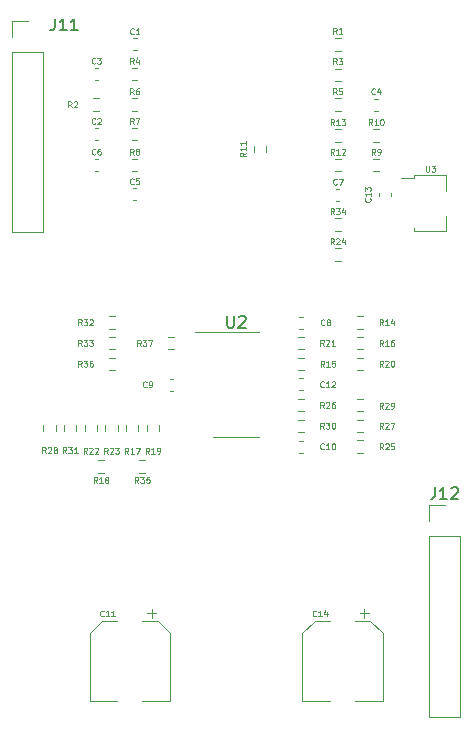
<source format=gbr>
%TF.GenerationSoftware,KiCad,Pcbnew,7.0.2-0*%
%TF.CreationDate,2023-10-10T18:08:06-05:00*%
%TF.ProjectId,Untitled,556e7469-746c-4656-942e-6b696361645f,rev?*%
%TF.SameCoordinates,Original*%
%TF.FileFunction,Legend,Top*%
%TF.FilePolarity,Positive*%
%FSLAX46Y46*%
G04 Gerber Fmt 4.6, Leading zero omitted, Abs format (unit mm)*
G04 Created by KiCad (PCBNEW 7.0.2-0) date 2023-10-10 18:08:06*
%MOMM*%
%LPD*%
G01*
G04 APERTURE LIST*
%ADD10C,0.125000*%
%ADD11C,0.150000*%
%ADD12C,0.120000*%
G04 APERTURE END LIST*
D10*
%TO.C,R10*%
X141078571Y-95481309D02*
X140911905Y-95243214D01*
X140792857Y-95481309D02*
X140792857Y-94981309D01*
X140792857Y-94981309D02*
X140983333Y-94981309D01*
X140983333Y-94981309D02*
X141030952Y-95005119D01*
X141030952Y-95005119D02*
X141054762Y-95028928D01*
X141054762Y-95028928D02*
X141078571Y-95076547D01*
X141078571Y-95076547D02*
X141078571Y-95147976D01*
X141078571Y-95147976D02*
X141054762Y-95195595D01*
X141054762Y-95195595D02*
X141030952Y-95219404D01*
X141030952Y-95219404D02*
X140983333Y-95243214D01*
X140983333Y-95243214D02*
X140792857Y-95243214D01*
X141554762Y-95481309D02*
X141269048Y-95481309D01*
X141411905Y-95481309D02*
X141411905Y-94981309D01*
X141411905Y-94981309D02*
X141364286Y-95052738D01*
X141364286Y-95052738D02*
X141316667Y-95100357D01*
X141316667Y-95100357D02*
X141269048Y-95124166D01*
X141864285Y-94981309D02*
X141911904Y-94981309D01*
X141911904Y-94981309D02*
X141959523Y-95005119D01*
X141959523Y-95005119D02*
X141983333Y-95028928D01*
X141983333Y-95028928D02*
X142007142Y-95076547D01*
X142007142Y-95076547D02*
X142030952Y-95171785D01*
X142030952Y-95171785D02*
X142030952Y-95290833D01*
X142030952Y-95290833D02*
X142007142Y-95386071D01*
X142007142Y-95386071D02*
X141983333Y-95433690D01*
X141983333Y-95433690D02*
X141959523Y-95457500D01*
X141959523Y-95457500D02*
X141911904Y-95481309D01*
X141911904Y-95481309D02*
X141864285Y-95481309D01*
X141864285Y-95481309D02*
X141816666Y-95457500D01*
X141816666Y-95457500D02*
X141792857Y-95433690D01*
X141792857Y-95433690D02*
X141769047Y-95386071D01*
X141769047Y-95386071D02*
X141745238Y-95290833D01*
X141745238Y-95290833D02*
X141745238Y-95171785D01*
X141745238Y-95171785D02*
X141769047Y-95076547D01*
X141769047Y-95076547D02*
X141792857Y-95028928D01*
X141792857Y-95028928D02*
X141816666Y-95005119D01*
X141816666Y-95005119D02*
X141864285Y-94981309D01*
%TO.C,C6*%
X117616666Y-97933690D02*
X117592857Y-97957500D01*
X117592857Y-97957500D02*
X117521428Y-97981309D01*
X117521428Y-97981309D02*
X117473809Y-97981309D01*
X117473809Y-97981309D02*
X117402381Y-97957500D01*
X117402381Y-97957500D02*
X117354762Y-97909880D01*
X117354762Y-97909880D02*
X117330952Y-97862261D01*
X117330952Y-97862261D02*
X117307143Y-97767023D01*
X117307143Y-97767023D02*
X117307143Y-97695595D01*
X117307143Y-97695595D02*
X117330952Y-97600357D01*
X117330952Y-97600357D02*
X117354762Y-97552738D01*
X117354762Y-97552738D02*
X117402381Y-97505119D01*
X117402381Y-97505119D02*
X117473809Y-97481309D01*
X117473809Y-97481309D02*
X117521428Y-97481309D01*
X117521428Y-97481309D02*
X117592857Y-97505119D01*
X117592857Y-97505119D02*
X117616666Y-97528928D01*
X118045238Y-97481309D02*
X117950000Y-97481309D01*
X117950000Y-97481309D02*
X117902381Y-97505119D01*
X117902381Y-97505119D02*
X117878571Y-97528928D01*
X117878571Y-97528928D02*
X117830952Y-97600357D01*
X117830952Y-97600357D02*
X117807143Y-97695595D01*
X117807143Y-97695595D02*
X117807143Y-97886071D01*
X117807143Y-97886071D02*
X117830952Y-97933690D01*
X117830952Y-97933690D02*
X117854762Y-97957500D01*
X117854762Y-97957500D02*
X117902381Y-97981309D01*
X117902381Y-97981309D02*
X117997619Y-97981309D01*
X117997619Y-97981309D02*
X118045238Y-97957500D01*
X118045238Y-97957500D02*
X118069047Y-97933690D01*
X118069047Y-97933690D02*
X118092857Y-97886071D01*
X118092857Y-97886071D02*
X118092857Y-97767023D01*
X118092857Y-97767023D02*
X118069047Y-97719404D01*
X118069047Y-97719404D02*
X118045238Y-97695595D01*
X118045238Y-97695595D02*
X117997619Y-97671785D01*
X117997619Y-97671785D02*
X117902381Y-97671785D01*
X117902381Y-97671785D02*
X117854762Y-97695595D01*
X117854762Y-97695595D02*
X117830952Y-97719404D01*
X117830952Y-97719404D02*
X117807143Y-97767023D01*
%TO.C,C11*%
X118328571Y-137033690D02*
X118304762Y-137057500D01*
X118304762Y-137057500D02*
X118233333Y-137081309D01*
X118233333Y-137081309D02*
X118185714Y-137081309D01*
X118185714Y-137081309D02*
X118114286Y-137057500D01*
X118114286Y-137057500D02*
X118066667Y-137009880D01*
X118066667Y-137009880D02*
X118042857Y-136962261D01*
X118042857Y-136962261D02*
X118019048Y-136867023D01*
X118019048Y-136867023D02*
X118019048Y-136795595D01*
X118019048Y-136795595D02*
X118042857Y-136700357D01*
X118042857Y-136700357D02*
X118066667Y-136652738D01*
X118066667Y-136652738D02*
X118114286Y-136605119D01*
X118114286Y-136605119D02*
X118185714Y-136581309D01*
X118185714Y-136581309D02*
X118233333Y-136581309D01*
X118233333Y-136581309D02*
X118304762Y-136605119D01*
X118304762Y-136605119D02*
X118328571Y-136628928D01*
X118804762Y-137081309D02*
X118519048Y-137081309D01*
X118661905Y-137081309D02*
X118661905Y-136581309D01*
X118661905Y-136581309D02*
X118614286Y-136652738D01*
X118614286Y-136652738D02*
X118566667Y-136700357D01*
X118566667Y-136700357D02*
X118519048Y-136724166D01*
X119280952Y-137081309D02*
X118995238Y-137081309D01*
X119138095Y-137081309D02*
X119138095Y-136581309D01*
X119138095Y-136581309D02*
X119090476Y-136652738D01*
X119090476Y-136652738D02*
X119042857Y-136700357D01*
X119042857Y-136700357D02*
X118995238Y-136724166D01*
%TO.C,R22*%
X116928571Y-123306309D02*
X116761905Y-123068214D01*
X116642857Y-123306309D02*
X116642857Y-122806309D01*
X116642857Y-122806309D02*
X116833333Y-122806309D01*
X116833333Y-122806309D02*
X116880952Y-122830119D01*
X116880952Y-122830119D02*
X116904762Y-122853928D01*
X116904762Y-122853928D02*
X116928571Y-122901547D01*
X116928571Y-122901547D02*
X116928571Y-122972976D01*
X116928571Y-122972976D02*
X116904762Y-123020595D01*
X116904762Y-123020595D02*
X116880952Y-123044404D01*
X116880952Y-123044404D02*
X116833333Y-123068214D01*
X116833333Y-123068214D02*
X116642857Y-123068214D01*
X117119048Y-122853928D02*
X117142857Y-122830119D01*
X117142857Y-122830119D02*
X117190476Y-122806309D01*
X117190476Y-122806309D02*
X117309524Y-122806309D01*
X117309524Y-122806309D02*
X117357143Y-122830119D01*
X117357143Y-122830119D02*
X117380952Y-122853928D01*
X117380952Y-122853928D02*
X117404762Y-122901547D01*
X117404762Y-122901547D02*
X117404762Y-122949166D01*
X117404762Y-122949166D02*
X117380952Y-123020595D01*
X117380952Y-123020595D02*
X117095238Y-123306309D01*
X117095238Y-123306309D02*
X117404762Y-123306309D01*
X117595238Y-122853928D02*
X117619047Y-122830119D01*
X117619047Y-122830119D02*
X117666666Y-122806309D01*
X117666666Y-122806309D02*
X117785714Y-122806309D01*
X117785714Y-122806309D02*
X117833333Y-122830119D01*
X117833333Y-122830119D02*
X117857142Y-122853928D01*
X117857142Y-122853928D02*
X117880952Y-122901547D01*
X117880952Y-122901547D02*
X117880952Y-122949166D01*
X117880952Y-122949166D02*
X117857142Y-123020595D01*
X117857142Y-123020595D02*
X117571428Y-123306309D01*
X117571428Y-123306309D02*
X117880952Y-123306309D01*
%TO.C,C1*%
X120891666Y-87733690D02*
X120867857Y-87757500D01*
X120867857Y-87757500D02*
X120796428Y-87781309D01*
X120796428Y-87781309D02*
X120748809Y-87781309D01*
X120748809Y-87781309D02*
X120677381Y-87757500D01*
X120677381Y-87757500D02*
X120629762Y-87709880D01*
X120629762Y-87709880D02*
X120605952Y-87662261D01*
X120605952Y-87662261D02*
X120582143Y-87567023D01*
X120582143Y-87567023D02*
X120582143Y-87495595D01*
X120582143Y-87495595D02*
X120605952Y-87400357D01*
X120605952Y-87400357D02*
X120629762Y-87352738D01*
X120629762Y-87352738D02*
X120677381Y-87305119D01*
X120677381Y-87305119D02*
X120748809Y-87281309D01*
X120748809Y-87281309D02*
X120796428Y-87281309D01*
X120796428Y-87281309D02*
X120867857Y-87305119D01*
X120867857Y-87305119D02*
X120891666Y-87328928D01*
X121367857Y-87781309D02*
X121082143Y-87781309D01*
X121225000Y-87781309D02*
X121225000Y-87281309D01*
X121225000Y-87281309D02*
X121177381Y-87352738D01*
X121177381Y-87352738D02*
X121129762Y-87400357D01*
X121129762Y-87400357D02*
X121082143Y-87424166D01*
%TO.C,R36*%
X116478571Y-115931309D02*
X116311905Y-115693214D01*
X116192857Y-115931309D02*
X116192857Y-115431309D01*
X116192857Y-115431309D02*
X116383333Y-115431309D01*
X116383333Y-115431309D02*
X116430952Y-115455119D01*
X116430952Y-115455119D02*
X116454762Y-115478928D01*
X116454762Y-115478928D02*
X116478571Y-115526547D01*
X116478571Y-115526547D02*
X116478571Y-115597976D01*
X116478571Y-115597976D02*
X116454762Y-115645595D01*
X116454762Y-115645595D02*
X116430952Y-115669404D01*
X116430952Y-115669404D02*
X116383333Y-115693214D01*
X116383333Y-115693214D02*
X116192857Y-115693214D01*
X116645238Y-115431309D02*
X116954762Y-115431309D01*
X116954762Y-115431309D02*
X116788095Y-115621785D01*
X116788095Y-115621785D02*
X116859524Y-115621785D01*
X116859524Y-115621785D02*
X116907143Y-115645595D01*
X116907143Y-115645595D02*
X116930952Y-115669404D01*
X116930952Y-115669404D02*
X116954762Y-115717023D01*
X116954762Y-115717023D02*
X116954762Y-115836071D01*
X116954762Y-115836071D02*
X116930952Y-115883690D01*
X116930952Y-115883690D02*
X116907143Y-115907500D01*
X116907143Y-115907500D02*
X116859524Y-115931309D01*
X116859524Y-115931309D02*
X116716667Y-115931309D01*
X116716667Y-115931309D02*
X116669048Y-115907500D01*
X116669048Y-115907500D02*
X116645238Y-115883690D01*
X117383333Y-115431309D02*
X117288095Y-115431309D01*
X117288095Y-115431309D02*
X117240476Y-115455119D01*
X117240476Y-115455119D02*
X117216666Y-115478928D01*
X117216666Y-115478928D02*
X117169047Y-115550357D01*
X117169047Y-115550357D02*
X117145238Y-115645595D01*
X117145238Y-115645595D02*
X117145238Y-115836071D01*
X117145238Y-115836071D02*
X117169047Y-115883690D01*
X117169047Y-115883690D02*
X117192857Y-115907500D01*
X117192857Y-115907500D02*
X117240476Y-115931309D01*
X117240476Y-115931309D02*
X117335714Y-115931309D01*
X117335714Y-115931309D02*
X117383333Y-115907500D01*
X117383333Y-115907500D02*
X117407142Y-115883690D01*
X117407142Y-115883690D02*
X117430952Y-115836071D01*
X117430952Y-115836071D02*
X117430952Y-115717023D01*
X117430952Y-115717023D02*
X117407142Y-115669404D01*
X117407142Y-115669404D02*
X117383333Y-115645595D01*
X117383333Y-115645595D02*
X117335714Y-115621785D01*
X117335714Y-115621785D02*
X117240476Y-115621785D01*
X117240476Y-115621785D02*
X117192857Y-115645595D01*
X117192857Y-115645595D02*
X117169047Y-115669404D01*
X117169047Y-115669404D02*
X117145238Y-115717023D01*
%TO.C,R30*%
X136978571Y-121191309D02*
X136811905Y-120953214D01*
X136692857Y-121191309D02*
X136692857Y-120691309D01*
X136692857Y-120691309D02*
X136883333Y-120691309D01*
X136883333Y-120691309D02*
X136930952Y-120715119D01*
X136930952Y-120715119D02*
X136954762Y-120738928D01*
X136954762Y-120738928D02*
X136978571Y-120786547D01*
X136978571Y-120786547D02*
X136978571Y-120857976D01*
X136978571Y-120857976D02*
X136954762Y-120905595D01*
X136954762Y-120905595D02*
X136930952Y-120929404D01*
X136930952Y-120929404D02*
X136883333Y-120953214D01*
X136883333Y-120953214D02*
X136692857Y-120953214D01*
X137145238Y-120691309D02*
X137454762Y-120691309D01*
X137454762Y-120691309D02*
X137288095Y-120881785D01*
X137288095Y-120881785D02*
X137359524Y-120881785D01*
X137359524Y-120881785D02*
X137407143Y-120905595D01*
X137407143Y-120905595D02*
X137430952Y-120929404D01*
X137430952Y-120929404D02*
X137454762Y-120977023D01*
X137454762Y-120977023D02*
X137454762Y-121096071D01*
X137454762Y-121096071D02*
X137430952Y-121143690D01*
X137430952Y-121143690D02*
X137407143Y-121167500D01*
X137407143Y-121167500D02*
X137359524Y-121191309D01*
X137359524Y-121191309D02*
X137216667Y-121191309D01*
X137216667Y-121191309D02*
X137169048Y-121167500D01*
X137169048Y-121167500D02*
X137145238Y-121143690D01*
X137764285Y-120691309D02*
X137811904Y-120691309D01*
X137811904Y-120691309D02*
X137859523Y-120715119D01*
X137859523Y-120715119D02*
X137883333Y-120738928D01*
X137883333Y-120738928D02*
X137907142Y-120786547D01*
X137907142Y-120786547D02*
X137930952Y-120881785D01*
X137930952Y-120881785D02*
X137930952Y-121000833D01*
X137930952Y-121000833D02*
X137907142Y-121096071D01*
X137907142Y-121096071D02*
X137883333Y-121143690D01*
X137883333Y-121143690D02*
X137859523Y-121167500D01*
X137859523Y-121167500D02*
X137811904Y-121191309D01*
X137811904Y-121191309D02*
X137764285Y-121191309D01*
X137764285Y-121191309D02*
X137716666Y-121167500D01*
X137716666Y-121167500D02*
X137692857Y-121143690D01*
X137692857Y-121143690D02*
X137669047Y-121096071D01*
X137669047Y-121096071D02*
X137645238Y-121000833D01*
X137645238Y-121000833D02*
X137645238Y-120881785D01*
X137645238Y-120881785D02*
X137669047Y-120786547D01*
X137669047Y-120786547D02*
X137692857Y-120738928D01*
X137692857Y-120738928D02*
X137716666Y-120715119D01*
X137716666Y-120715119D02*
X137764285Y-120691309D01*
%TO.C,R27*%
X141978571Y-121181309D02*
X141811905Y-120943214D01*
X141692857Y-121181309D02*
X141692857Y-120681309D01*
X141692857Y-120681309D02*
X141883333Y-120681309D01*
X141883333Y-120681309D02*
X141930952Y-120705119D01*
X141930952Y-120705119D02*
X141954762Y-120728928D01*
X141954762Y-120728928D02*
X141978571Y-120776547D01*
X141978571Y-120776547D02*
X141978571Y-120847976D01*
X141978571Y-120847976D02*
X141954762Y-120895595D01*
X141954762Y-120895595D02*
X141930952Y-120919404D01*
X141930952Y-120919404D02*
X141883333Y-120943214D01*
X141883333Y-120943214D02*
X141692857Y-120943214D01*
X142169048Y-120728928D02*
X142192857Y-120705119D01*
X142192857Y-120705119D02*
X142240476Y-120681309D01*
X142240476Y-120681309D02*
X142359524Y-120681309D01*
X142359524Y-120681309D02*
X142407143Y-120705119D01*
X142407143Y-120705119D02*
X142430952Y-120728928D01*
X142430952Y-120728928D02*
X142454762Y-120776547D01*
X142454762Y-120776547D02*
X142454762Y-120824166D01*
X142454762Y-120824166D02*
X142430952Y-120895595D01*
X142430952Y-120895595D02*
X142145238Y-121181309D01*
X142145238Y-121181309D02*
X142454762Y-121181309D01*
X142621428Y-120681309D02*
X142954761Y-120681309D01*
X142954761Y-120681309D02*
X142740476Y-121181309D01*
%TO.C,R16*%
X141978571Y-114181309D02*
X141811905Y-113943214D01*
X141692857Y-114181309D02*
X141692857Y-113681309D01*
X141692857Y-113681309D02*
X141883333Y-113681309D01*
X141883333Y-113681309D02*
X141930952Y-113705119D01*
X141930952Y-113705119D02*
X141954762Y-113728928D01*
X141954762Y-113728928D02*
X141978571Y-113776547D01*
X141978571Y-113776547D02*
X141978571Y-113847976D01*
X141978571Y-113847976D02*
X141954762Y-113895595D01*
X141954762Y-113895595D02*
X141930952Y-113919404D01*
X141930952Y-113919404D02*
X141883333Y-113943214D01*
X141883333Y-113943214D02*
X141692857Y-113943214D01*
X142454762Y-114181309D02*
X142169048Y-114181309D01*
X142311905Y-114181309D02*
X142311905Y-113681309D01*
X142311905Y-113681309D02*
X142264286Y-113752738D01*
X142264286Y-113752738D02*
X142216667Y-113800357D01*
X142216667Y-113800357D02*
X142169048Y-113824166D01*
X142883333Y-113681309D02*
X142788095Y-113681309D01*
X142788095Y-113681309D02*
X142740476Y-113705119D01*
X142740476Y-113705119D02*
X142716666Y-113728928D01*
X142716666Y-113728928D02*
X142669047Y-113800357D01*
X142669047Y-113800357D02*
X142645238Y-113895595D01*
X142645238Y-113895595D02*
X142645238Y-114086071D01*
X142645238Y-114086071D02*
X142669047Y-114133690D01*
X142669047Y-114133690D02*
X142692857Y-114157500D01*
X142692857Y-114157500D02*
X142740476Y-114181309D01*
X142740476Y-114181309D02*
X142835714Y-114181309D01*
X142835714Y-114181309D02*
X142883333Y-114157500D01*
X142883333Y-114157500D02*
X142907142Y-114133690D01*
X142907142Y-114133690D02*
X142930952Y-114086071D01*
X142930952Y-114086071D02*
X142930952Y-113967023D01*
X142930952Y-113967023D02*
X142907142Y-113919404D01*
X142907142Y-113919404D02*
X142883333Y-113895595D01*
X142883333Y-113895595D02*
X142835714Y-113871785D01*
X142835714Y-113871785D02*
X142740476Y-113871785D01*
X142740476Y-113871785D02*
X142692857Y-113895595D01*
X142692857Y-113895595D02*
X142669047Y-113919404D01*
X142669047Y-113919404D02*
X142645238Y-113967023D01*
%TO.C,C13*%
X140893690Y-101681428D02*
X140917500Y-101705237D01*
X140917500Y-101705237D02*
X140941309Y-101776666D01*
X140941309Y-101776666D02*
X140941309Y-101824285D01*
X140941309Y-101824285D02*
X140917500Y-101895713D01*
X140917500Y-101895713D02*
X140869880Y-101943332D01*
X140869880Y-101943332D02*
X140822261Y-101967142D01*
X140822261Y-101967142D02*
X140727023Y-101990951D01*
X140727023Y-101990951D02*
X140655595Y-101990951D01*
X140655595Y-101990951D02*
X140560357Y-101967142D01*
X140560357Y-101967142D02*
X140512738Y-101943332D01*
X140512738Y-101943332D02*
X140465119Y-101895713D01*
X140465119Y-101895713D02*
X140441309Y-101824285D01*
X140441309Y-101824285D02*
X140441309Y-101776666D01*
X140441309Y-101776666D02*
X140465119Y-101705237D01*
X140465119Y-101705237D02*
X140488928Y-101681428D01*
X140941309Y-101205237D02*
X140941309Y-101490951D01*
X140941309Y-101348094D02*
X140441309Y-101348094D01*
X140441309Y-101348094D02*
X140512738Y-101395713D01*
X140512738Y-101395713D02*
X140560357Y-101443332D01*
X140560357Y-101443332D02*
X140584166Y-101490951D01*
X140441309Y-101038571D02*
X140441309Y-100729047D01*
X140441309Y-100729047D02*
X140631785Y-100895714D01*
X140631785Y-100895714D02*
X140631785Y-100824285D01*
X140631785Y-100824285D02*
X140655595Y-100776666D01*
X140655595Y-100776666D02*
X140679404Y-100752857D01*
X140679404Y-100752857D02*
X140727023Y-100729047D01*
X140727023Y-100729047D02*
X140846071Y-100729047D01*
X140846071Y-100729047D02*
X140893690Y-100752857D01*
X140893690Y-100752857D02*
X140917500Y-100776666D01*
X140917500Y-100776666D02*
X140941309Y-100824285D01*
X140941309Y-100824285D02*
X140941309Y-100967142D01*
X140941309Y-100967142D02*
X140917500Y-101014761D01*
X140917500Y-101014761D02*
X140893690Y-101038571D01*
%TO.C,R3*%
X138066666Y-90331309D02*
X137900000Y-90093214D01*
X137780952Y-90331309D02*
X137780952Y-89831309D01*
X137780952Y-89831309D02*
X137971428Y-89831309D01*
X137971428Y-89831309D02*
X138019047Y-89855119D01*
X138019047Y-89855119D02*
X138042857Y-89878928D01*
X138042857Y-89878928D02*
X138066666Y-89926547D01*
X138066666Y-89926547D02*
X138066666Y-89997976D01*
X138066666Y-89997976D02*
X138042857Y-90045595D01*
X138042857Y-90045595D02*
X138019047Y-90069404D01*
X138019047Y-90069404D02*
X137971428Y-90093214D01*
X137971428Y-90093214D02*
X137780952Y-90093214D01*
X138233333Y-89831309D02*
X138542857Y-89831309D01*
X138542857Y-89831309D02*
X138376190Y-90021785D01*
X138376190Y-90021785D02*
X138447619Y-90021785D01*
X138447619Y-90021785D02*
X138495238Y-90045595D01*
X138495238Y-90045595D02*
X138519047Y-90069404D01*
X138519047Y-90069404D02*
X138542857Y-90117023D01*
X138542857Y-90117023D02*
X138542857Y-90236071D01*
X138542857Y-90236071D02*
X138519047Y-90283690D01*
X138519047Y-90283690D02*
X138495238Y-90307500D01*
X138495238Y-90307500D02*
X138447619Y-90331309D01*
X138447619Y-90331309D02*
X138304762Y-90331309D01*
X138304762Y-90331309D02*
X138257143Y-90307500D01*
X138257143Y-90307500D02*
X138233333Y-90283690D01*
%TO.C,R9*%
X141316666Y-97981309D02*
X141150000Y-97743214D01*
X141030952Y-97981309D02*
X141030952Y-97481309D01*
X141030952Y-97481309D02*
X141221428Y-97481309D01*
X141221428Y-97481309D02*
X141269047Y-97505119D01*
X141269047Y-97505119D02*
X141292857Y-97528928D01*
X141292857Y-97528928D02*
X141316666Y-97576547D01*
X141316666Y-97576547D02*
X141316666Y-97647976D01*
X141316666Y-97647976D02*
X141292857Y-97695595D01*
X141292857Y-97695595D02*
X141269047Y-97719404D01*
X141269047Y-97719404D02*
X141221428Y-97743214D01*
X141221428Y-97743214D02*
X141030952Y-97743214D01*
X141554762Y-97981309D02*
X141650000Y-97981309D01*
X141650000Y-97981309D02*
X141697619Y-97957500D01*
X141697619Y-97957500D02*
X141721428Y-97933690D01*
X141721428Y-97933690D02*
X141769047Y-97862261D01*
X141769047Y-97862261D02*
X141792857Y-97767023D01*
X141792857Y-97767023D02*
X141792857Y-97576547D01*
X141792857Y-97576547D02*
X141769047Y-97528928D01*
X141769047Y-97528928D02*
X141745238Y-97505119D01*
X141745238Y-97505119D02*
X141697619Y-97481309D01*
X141697619Y-97481309D02*
X141602381Y-97481309D01*
X141602381Y-97481309D02*
X141554762Y-97505119D01*
X141554762Y-97505119D02*
X141530952Y-97528928D01*
X141530952Y-97528928D02*
X141507143Y-97576547D01*
X141507143Y-97576547D02*
X141507143Y-97695595D01*
X141507143Y-97695595D02*
X141530952Y-97743214D01*
X141530952Y-97743214D02*
X141554762Y-97767023D01*
X141554762Y-97767023D02*
X141602381Y-97790833D01*
X141602381Y-97790833D02*
X141697619Y-97790833D01*
X141697619Y-97790833D02*
X141745238Y-97767023D01*
X141745238Y-97767023D02*
X141769047Y-97743214D01*
X141769047Y-97743214D02*
X141792857Y-97695595D01*
%TO.C,C2*%
X117616666Y-95333690D02*
X117592857Y-95357500D01*
X117592857Y-95357500D02*
X117521428Y-95381309D01*
X117521428Y-95381309D02*
X117473809Y-95381309D01*
X117473809Y-95381309D02*
X117402381Y-95357500D01*
X117402381Y-95357500D02*
X117354762Y-95309880D01*
X117354762Y-95309880D02*
X117330952Y-95262261D01*
X117330952Y-95262261D02*
X117307143Y-95167023D01*
X117307143Y-95167023D02*
X117307143Y-95095595D01*
X117307143Y-95095595D02*
X117330952Y-95000357D01*
X117330952Y-95000357D02*
X117354762Y-94952738D01*
X117354762Y-94952738D02*
X117402381Y-94905119D01*
X117402381Y-94905119D02*
X117473809Y-94881309D01*
X117473809Y-94881309D02*
X117521428Y-94881309D01*
X117521428Y-94881309D02*
X117592857Y-94905119D01*
X117592857Y-94905119D02*
X117616666Y-94928928D01*
X117807143Y-94928928D02*
X117830952Y-94905119D01*
X117830952Y-94905119D02*
X117878571Y-94881309D01*
X117878571Y-94881309D02*
X117997619Y-94881309D01*
X117997619Y-94881309D02*
X118045238Y-94905119D01*
X118045238Y-94905119D02*
X118069047Y-94928928D01*
X118069047Y-94928928D02*
X118092857Y-94976547D01*
X118092857Y-94976547D02*
X118092857Y-95024166D01*
X118092857Y-95024166D02*
X118069047Y-95095595D01*
X118069047Y-95095595D02*
X117783333Y-95381309D01*
X117783333Y-95381309D02*
X118092857Y-95381309D01*
%TO.C,R35*%
X121278571Y-125781309D02*
X121111905Y-125543214D01*
X120992857Y-125781309D02*
X120992857Y-125281309D01*
X120992857Y-125281309D02*
X121183333Y-125281309D01*
X121183333Y-125281309D02*
X121230952Y-125305119D01*
X121230952Y-125305119D02*
X121254762Y-125328928D01*
X121254762Y-125328928D02*
X121278571Y-125376547D01*
X121278571Y-125376547D02*
X121278571Y-125447976D01*
X121278571Y-125447976D02*
X121254762Y-125495595D01*
X121254762Y-125495595D02*
X121230952Y-125519404D01*
X121230952Y-125519404D02*
X121183333Y-125543214D01*
X121183333Y-125543214D02*
X120992857Y-125543214D01*
X121445238Y-125281309D02*
X121754762Y-125281309D01*
X121754762Y-125281309D02*
X121588095Y-125471785D01*
X121588095Y-125471785D02*
X121659524Y-125471785D01*
X121659524Y-125471785D02*
X121707143Y-125495595D01*
X121707143Y-125495595D02*
X121730952Y-125519404D01*
X121730952Y-125519404D02*
X121754762Y-125567023D01*
X121754762Y-125567023D02*
X121754762Y-125686071D01*
X121754762Y-125686071D02*
X121730952Y-125733690D01*
X121730952Y-125733690D02*
X121707143Y-125757500D01*
X121707143Y-125757500D02*
X121659524Y-125781309D01*
X121659524Y-125781309D02*
X121516667Y-125781309D01*
X121516667Y-125781309D02*
X121469048Y-125757500D01*
X121469048Y-125757500D02*
X121445238Y-125733690D01*
X122207142Y-125281309D02*
X121969047Y-125281309D01*
X121969047Y-125281309D02*
X121945238Y-125519404D01*
X121945238Y-125519404D02*
X121969047Y-125495595D01*
X121969047Y-125495595D02*
X122016666Y-125471785D01*
X122016666Y-125471785D02*
X122135714Y-125471785D01*
X122135714Y-125471785D02*
X122183333Y-125495595D01*
X122183333Y-125495595D02*
X122207142Y-125519404D01*
X122207142Y-125519404D02*
X122230952Y-125567023D01*
X122230952Y-125567023D02*
X122230952Y-125686071D01*
X122230952Y-125686071D02*
X122207142Y-125733690D01*
X122207142Y-125733690D02*
X122183333Y-125757500D01*
X122183333Y-125757500D02*
X122135714Y-125781309D01*
X122135714Y-125781309D02*
X122016666Y-125781309D01*
X122016666Y-125781309D02*
X121969047Y-125757500D01*
X121969047Y-125757500D02*
X121945238Y-125733690D01*
%TO.C,C10*%
X136978571Y-122883690D02*
X136954762Y-122907500D01*
X136954762Y-122907500D02*
X136883333Y-122931309D01*
X136883333Y-122931309D02*
X136835714Y-122931309D01*
X136835714Y-122931309D02*
X136764286Y-122907500D01*
X136764286Y-122907500D02*
X136716667Y-122859880D01*
X136716667Y-122859880D02*
X136692857Y-122812261D01*
X136692857Y-122812261D02*
X136669048Y-122717023D01*
X136669048Y-122717023D02*
X136669048Y-122645595D01*
X136669048Y-122645595D02*
X136692857Y-122550357D01*
X136692857Y-122550357D02*
X136716667Y-122502738D01*
X136716667Y-122502738D02*
X136764286Y-122455119D01*
X136764286Y-122455119D02*
X136835714Y-122431309D01*
X136835714Y-122431309D02*
X136883333Y-122431309D01*
X136883333Y-122431309D02*
X136954762Y-122455119D01*
X136954762Y-122455119D02*
X136978571Y-122478928D01*
X137454762Y-122931309D02*
X137169048Y-122931309D01*
X137311905Y-122931309D02*
X137311905Y-122431309D01*
X137311905Y-122431309D02*
X137264286Y-122502738D01*
X137264286Y-122502738D02*
X137216667Y-122550357D01*
X137216667Y-122550357D02*
X137169048Y-122574166D01*
X137764285Y-122431309D02*
X137811904Y-122431309D01*
X137811904Y-122431309D02*
X137859523Y-122455119D01*
X137859523Y-122455119D02*
X137883333Y-122478928D01*
X137883333Y-122478928D02*
X137907142Y-122526547D01*
X137907142Y-122526547D02*
X137930952Y-122621785D01*
X137930952Y-122621785D02*
X137930952Y-122740833D01*
X137930952Y-122740833D02*
X137907142Y-122836071D01*
X137907142Y-122836071D02*
X137883333Y-122883690D01*
X137883333Y-122883690D02*
X137859523Y-122907500D01*
X137859523Y-122907500D02*
X137811904Y-122931309D01*
X137811904Y-122931309D02*
X137764285Y-122931309D01*
X137764285Y-122931309D02*
X137716666Y-122907500D01*
X137716666Y-122907500D02*
X137692857Y-122883690D01*
X137692857Y-122883690D02*
X137669047Y-122836071D01*
X137669047Y-122836071D02*
X137645238Y-122740833D01*
X137645238Y-122740833D02*
X137645238Y-122621785D01*
X137645238Y-122621785D02*
X137669047Y-122526547D01*
X137669047Y-122526547D02*
X137692857Y-122478928D01*
X137692857Y-122478928D02*
X137716666Y-122455119D01*
X137716666Y-122455119D02*
X137764285Y-122431309D01*
%TO.C,R8*%
X120866666Y-97981309D02*
X120700000Y-97743214D01*
X120580952Y-97981309D02*
X120580952Y-97481309D01*
X120580952Y-97481309D02*
X120771428Y-97481309D01*
X120771428Y-97481309D02*
X120819047Y-97505119D01*
X120819047Y-97505119D02*
X120842857Y-97528928D01*
X120842857Y-97528928D02*
X120866666Y-97576547D01*
X120866666Y-97576547D02*
X120866666Y-97647976D01*
X120866666Y-97647976D02*
X120842857Y-97695595D01*
X120842857Y-97695595D02*
X120819047Y-97719404D01*
X120819047Y-97719404D02*
X120771428Y-97743214D01*
X120771428Y-97743214D02*
X120580952Y-97743214D01*
X121152381Y-97695595D02*
X121104762Y-97671785D01*
X121104762Y-97671785D02*
X121080952Y-97647976D01*
X121080952Y-97647976D02*
X121057143Y-97600357D01*
X121057143Y-97600357D02*
X121057143Y-97576547D01*
X121057143Y-97576547D02*
X121080952Y-97528928D01*
X121080952Y-97528928D02*
X121104762Y-97505119D01*
X121104762Y-97505119D02*
X121152381Y-97481309D01*
X121152381Y-97481309D02*
X121247619Y-97481309D01*
X121247619Y-97481309D02*
X121295238Y-97505119D01*
X121295238Y-97505119D02*
X121319047Y-97528928D01*
X121319047Y-97528928D02*
X121342857Y-97576547D01*
X121342857Y-97576547D02*
X121342857Y-97600357D01*
X121342857Y-97600357D02*
X121319047Y-97647976D01*
X121319047Y-97647976D02*
X121295238Y-97671785D01*
X121295238Y-97671785D02*
X121247619Y-97695595D01*
X121247619Y-97695595D02*
X121152381Y-97695595D01*
X121152381Y-97695595D02*
X121104762Y-97719404D01*
X121104762Y-97719404D02*
X121080952Y-97743214D01*
X121080952Y-97743214D02*
X121057143Y-97790833D01*
X121057143Y-97790833D02*
X121057143Y-97886071D01*
X121057143Y-97886071D02*
X121080952Y-97933690D01*
X121080952Y-97933690D02*
X121104762Y-97957500D01*
X121104762Y-97957500D02*
X121152381Y-97981309D01*
X121152381Y-97981309D02*
X121247619Y-97981309D01*
X121247619Y-97981309D02*
X121295238Y-97957500D01*
X121295238Y-97957500D02*
X121319047Y-97933690D01*
X121319047Y-97933690D02*
X121342857Y-97886071D01*
X121342857Y-97886071D02*
X121342857Y-97790833D01*
X121342857Y-97790833D02*
X121319047Y-97743214D01*
X121319047Y-97743214D02*
X121295238Y-97719404D01*
X121295238Y-97719404D02*
X121247619Y-97695595D01*
%TO.C,U3*%
X145619047Y-98931309D02*
X145619047Y-99336071D01*
X145619047Y-99336071D02*
X145642857Y-99383690D01*
X145642857Y-99383690D02*
X145666666Y-99407500D01*
X145666666Y-99407500D02*
X145714285Y-99431309D01*
X145714285Y-99431309D02*
X145809523Y-99431309D01*
X145809523Y-99431309D02*
X145857142Y-99407500D01*
X145857142Y-99407500D02*
X145880952Y-99383690D01*
X145880952Y-99383690D02*
X145904761Y-99336071D01*
X145904761Y-99336071D02*
X145904761Y-98931309D01*
X146095238Y-98931309D02*
X146404762Y-98931309D01*
X146404762Y-98931309D02*
X146238095Y-99121785D01*
X146238095Y-99121785D02*
X146309524Y-99121785D01*
X146309524Y-99121785D02*
X146357143Y-99145595D01*
X146357143Y-99145595D02*
X146380952Y-99169404D01*
X146380952Y-99169404D02*
X146404762Y-99217023D01*
X146404762Y-99217023D02*
X146404762Y-99336071D01*
X146404762Y-99336071D02*
X146380952Y-99383690D01*
X146380952Y-99383690D02*
X146357143Y-99407500D01*
X146357143Y-99407500D02*
X146309524Y-99431309D01*
X146309524Y-99431309D02*
X146166667Y-99431309D01*
X146166667Y-99431309D02*
X146119048Y-99407500D01*
X146119048Y-99407500D02*
X146095238Y-99383690D01*
%TO.C,R6*%
X120866666Y-92881309D02*
X120700000Y-92643214D01*
X120580952Y-92881309D02*
X120580952Y-92381309D01*
X120580952Y-92381309D02*
X120771428Y-92381309D01*
X120771428Y-92381309D02*
X120819047Y-92405119D01*
X120819047Y-92405119D02*
X120842857Y-92428928D01*
X120842857Y-92428928D02*
X120866666Y-92476547D01*
X120866666Y-92476547D02*
X120866666Y-92547976D01*
X120866666Y-92547976D02*
X120842857Y-92595595D01*
X120842857Y-92595595D02*
X120819047Y-92619404D01*
X120819047Y-92619404D02*
X120771428Y-92643214D01*
X120771428Y-92643214D02*
X120580952Y-92643214D01*
X121295238Y-92381309D02*
X121200000Y-92381309D01*
X121200000Y-92381309D02*
X121152381Y-92405119D01*
X121152381Y-92405119D02*
X121128571Y-92428928D01*
X121128571Y-92428928D02*
X121080952Y-92500357D01*
X121080952Y-92500357D02*
X121057143Y-92595595D01*
X121057143Y-92595595D02*
X121057143Y-92786071D01*
X121057143Y-92786071D02*
X121080952Y-92833690D01*
X121080952Y-92833690D02*
X121104762Y-92857500D01*
X121104762Y-92857500D02*
X121152381Y-92881309D01*
X121152381Y-92881309D02*
X121247619Y-92881309D01*
X121247619Y-92881309D02*
X121295238Y-92857500D01*
X121295238Y-92857500D02*
X121319047Y-92833690D01*
X121319047Y-92833690D02*
X121342857Y-92786071D01*
X121342857Y-92786071D02*
X121342857Y-92667023D01*
X121342857Y-92667023D02*
X121319047Y-92619404D01*
X121319047Y-92619404D02*
X121295238Y-92595595D01*
X121295238Y-92595595D02*
X121247619Y-92571785D01*
X121247619Y-92571785D02*
X121152381Y-92571785D01*
X121152381Y-92571785D02*
X121104762Y-92595595D01*
X121104762Y-92595595D02*
X121080952Y-92619404D01*
X121080952Y-92619404D02*
X121057143Y-92667023D01*
%TO.C,R21*%
X136978571Y-114171309D02*
X136811905Y-113933214D01*
X136692857Y-114171309D02*
X136692857Y-113671309D01*
X136692857Y-113671309D02*
X136883333Y-113671309D01*
X136883333Y-113671309D02*
X136930952Y-113695119D01*
X136930952Y-113695119D02*
X136954762Y-113718928D01*
X136954762Y-113718928D02*
X136978571Y-113766547D01*
X136978571Y-113766547D02*
X136978571Y-113837976D01*
X136978571Y-113837976D02*
X136954762Y-113885595D01*
X136954762Y-113885595D02*
X136930952Y-113909404D01*
X136930952Y-113909404D02*
X136883333Y-113933214D01*
X136883333Y-113933214D02*
X136692857Y-113933214D01*
X137169048Y-113718928D02*
X137192857Y-113695119D01*
X137192857Y-113695119D02*
X137240476Y-113671309D01*
X137240476Y-113671309D02*
X137359524Y-113671309D01*
X137359524Y-113671309D02*
X137407143Y-113695119D01*
X137407143Y-113695119D02*
X137430952Y-113718928D01*
X137430952Y-113718928D02*
X137454762Y-113766547D01*
X137454762Y-113766547D02*
X137454762Y-113814166D01*
X137454762Y-113814166D02*
X137430952Y-113885595D01*
X137430952Y-113885595D02*
X137145238Y-114171309D01*
X137145238Y-114171309D02*
X137454762Y-114171309D01*
X137930952Y-114171309D02*
X137645238Y-114171309D01*
X137788095Y-114171309D02*
X137788095Y-113671309D01*
X137788095Y-113671309D02*
X137740476Y-113742738D01*
X137740476Y-113742738D02*
X137692857Y-113790357D01*
X137692857Y-113790357D02*
X137645238Y-113814166D01*
%TO.C,R32*%
X116478571Y-112431309D02*
X116311905Y-112193214D01*
X116192857Y-112431309D02*
X116192857Y-111931309D01*
X116192857Y-111931309D02*
X116383333Y-111931309D01*
X116383333Y-111931309D02*
X116430952Y-111955119D01*
X116430952Y-111955119D02*
X116454762Y-111978928D01*
X116454762Y-111978928D02*
X116478571Y-112026547D01*
X116478571Y-112026547D02*
X116478571Y-112097976D01*
X116478571Y-112097976D02*
X116454762Y-112145595D01*
X116454762Y-112145595D02*
X116430952Y-112169404D01*
X116430952Y-112169404D02*
X116383333Y-112193214D01*
X116383333Y-112193214D02*
X116192857Y-112193214D01*
X116645238Y-111931309D02*
X116954762Y-111931309D01*
X116954762Y-111931309D02*
X116788095Y-112121785D01*
X116788095Y-112121785D02*
X116859524Y-112121785D01*
X116859524Y-112121785D02*
X116907143Y-112145595D01*
X116907143Y-112145595D02*
X116930952Y-112169404D01*
X116930952Y-112169404D02*
X116954762Y-112217023D01*
X116954762Y-112217023D02*
X116954762Y-112336071D01*
X116954762Y-112336071D02*
X116930952Y-112383690D01*
X116930952Y-112383690D02*
X116907143Y-112407500D01*
X116907143Y-112407500D02*
X116859524Y-112431309D01*
X116859524Y-112431309D02*
X116716667Y-112431309D01*
X116716667Y-112431309D02*
X116669048Y-112407500D01*
X116669048Y-112407500D02*
X116645238Y-112383690D01*
X117145238Y-111978928D02*
X117169047Y-111955119D01*
X117169047Y-111955119D02*
X117216666Y-111931309D01*
X117216666Y-111931309D02*
X117335714Y-111931309D01*
X117335714Y-111931309D02*
X117383333Y-111955119D01*
X117383333Y-111955119D02*
X117407142Y-111978928D01*
X117407142Y-111978928D02*
X117430952Y-112026547D01*
X117430952Y-112026547D02*
X117430952Y-112074166D01*
X117430952Y-112074166D02*
X117407142Y-112145595D01*
X117407142Y-112145595D02*
X117121428Y-112431309D01*
X117121428Y-112431309D02*
X117430952Y-112431309D01*
%TO.C,R7*%
X120866666Y-95381309D02*
X120700000Y-95143214D01*
X120580952Y-95381309D02*
X120580952Y-94881309D01*
X120580952Y-94881309D02*
X120771428Y-94881309D01*
X120771428Y-94881309D02*
X120819047Y-94905119D01*
X120819047Y-94905119D02*
X120842857Y-94928928D01*
X120842857Y-94928928D02*
X120866666Y-94976547D01*
X120866666Y-94976547D02*
X120866666Y-95047976D01*
X120866666Y-95047976D02*
X120842857Y-95095595D01*
X120842857Y-95095595D02*
X120819047Y-95119404D01*
X120819047Y-95119404D02*
X120771428Y-95143214D01*
X120771428Y-95143214D02*
X120580952Y-95143214D01*
X121033333Y-94881309D02*
X121366666Y-94881309D01*
X121366666Y-94881309D02*
X121152381Y-95381309D01*
%TO.C,R5*%
X138066666Y-92881309D02*
X137900000Y-92643214D01*
X137780952Y-92881309D02*
X137780952Y-92381309D01*
X137780952Y-92381309D02*
X137971428Y-92381309D01*
X137971428Y-92381309D02*
X138019047Y-92405119D01*
X138019047Y-92405119D02*
X138042857Y-92428928D01*
X138042857Y-92428928D02*
X138066666Y-92476547D01*
X138066666Y-92476547D02*
X138066666Y-92547976D01*
X138066666Y-92547976D02*
X138042857Y-92595595D01*
X138042857Y-92595595D02*
X138019047Y-92619404D01*
X138019047Y-92619404D02*
X137971428Y-92643214D01*
X137971428Y-92643214D02*
X137780952Y-92643214D01*
X138519047Y-92381309D02*
X138280952Y-92381309D01*
X138280952Y-92381309D02*
X138257143Y-92619404D01*
X138257143Y-92619404D02*
X138280952Y-92595595D01*
X138280952Y-92595595D02*
X138328571Y-92571785D01*
X138328571Y-92571785D02*
X138447619Y-92571785D01*
X138447619Y-92571785D02*
X138495238Y-92595595D01*
X138495238Y-92595595D02*
X138519047Y-92619404D01*
X138519047Y-92619404D02*
X138542857Y-92667023D01*
X138542857Y-92667023D02*
X138542857Y-92786071D01*
X138542857Y-92786071D02*
X138519047Y-92833690D01*
X138519047Y-92833690D02*
X138495238Y-92857500D01*
X138495238Y-92857500D02*
X138447619Y-92881309D01*
X138447619Y-92881309D02*
X138328571Y-92881309D01*
X138328571Y-92881309D02*
X138280952Y-92857500D01*
X138280952Y-92857500D02*
X138257143Y-92833690D01*
%TO.C,R26*%
X136978571Y-119431309D02*
X136811905Y-119193214D01*
X136692857Y-119431309D02*
X136692857Y-118931309D01*
X136692857Y-118931309D02*
X136883333Y-118931309D01*
X136883333Y-118931309D02*
X136930952Y-118955119D01*
X136930952Y-118955119D02*
X136954762Y-118978928D01*
X136954762Y-118978928D02*
X136978571Y-119026547D01*
X136978571Y-119026547D02*
X136978571Y-119097976D01*
X136978571Y-119097976D02*
X136954762Y-119145595D01*
X136954762Y-119145595D02*
X136930952Y-119169404D01*
X136930952Y-119169404D02*
X136883333Y-119193214D01*
X136883333Y-119193214D02*
X136692857Y-119193214D01*
X137169048Y-118978928D02*
X137192857Y-118955119D01*
X137192857Y-118955119D02*
X137240476Y-118931309D01*
X137240476Y-118931309D02*
X137359524Y-118931309D01*
X137359524Y-118931309D02*
X137407143Y-118955119D01*
X137407143Y-118955119D02*
X137430952Y-118978928D01*
X137430952Y-118978928D02*
X137454762Y-119026547D01*
X137454762Y-119026547D02*
X137454762Y-119074166D01*
X137454762Y-119074166D02*
X137430952Y-119145595D01*
X137430952Y-119145595D02*
X137145238Y-119431309D01*
X137145238Y-119431309D02*
X137454762Y-119431309D01*
X137883333Y-118931309D02*
X137788095Y-118931309D01*
X137788095Y-118931309D02*
X137740476Y-118955119D01*
X137740476Y-118955119D02*
X137716666Y-118978928D01*
X137716666Y-118978928D02*
X137669047Y-119050357D01*
X137669047Y-119050357D02*
X137645238Y-119145595D01*
X137645238Y-119145595D02*
X137645238Y-119336071D01*
X137645238Y-119336071D02*
X137669047Y-119383690D01*
X137669047Y-119383690D02*
X137692857Y-119407500D01*
X137692857Y-119407500D02*
X137740476Y-119431309D01*
X137740476Y-119431309D02*
X137835714Y-119431309D01*
X137835714Y-119431309D02*
X137883333Y-119407500D01*
X137883333Y-119407500D02*
X137907142Y-119383690D01*
X137907142Y-119383690D02*
X137930952Y-119336071D01*
X137930952Y-119336071D02*
X137930952Y-119217023D01*
X137930952Y-119217023D02*
X137907142Y-119169404D01*
X137907142Y-119169404D02*
X137883333Y-119145595D01*
X137883333Y-119145595D02*
X137835714Y-119121785D01*
X137835714Y-119121785D02*
X137740476Y-119121785D01*
X137740476Y-119121785D02*
X137692857Y-119145595D01*
X137692857Y-119145595D02*
X137669047Y-119169404D01*
X137669047Y-119169404D02*
X137645238Y-119217023D01*
%TO.C,R24*%
X137828571Y-105581309D02*
X137661905Y-105343214D01*
X137542857Y-105581309D02*
X137542857Y-105081309D01*
X137542857Y-105081309D02*
X137733333Y-105081309D01*
X137733333Y-105081309D02*
X137780952Y-105105119D01*
X137780952Y-105105119D02*
X137804762Y-105128928D01*
X137804762Y-105128928D02*
X137828571Y-105176547D01*
X137828571Y-105176547D02*
X137828571Y-105247976D01*
X137828571Y-105247976D02*
X137804762Y-105295595D01*
X137804762Y-105295595D02*
X137780952Y-105319404D01*
X137780952Y-105319404D02*
X137733333Y-105343214D01*
X137733333Y-105343214D02*
X137542857Y-105343214D01*
X138019048Y-105128928D02*
X138042857Y-105105119D01*
X138042857Y-105105119D02*
X138090476Y-105081309D01*
X138090476Y-105081309D02*
X138209524Y-105081309D01*
X138209524Y-105081309D02*
X138257143Y-105105119D01*
X138257143Y-105105119D02*
X138280952Y-105128928D01*
X138280952Y-105128928D02*
X138304762Y-105176547D01*
X138304762Y-105176547D02*
X138304762Y-105224166D01*
X138304762Y-105224166D02*
X138280952Y-105295595D01*
X138280952Y-105295595D02*
X137995238Y-105581309D01*
X137995238Y-105581309D02*
X138304762Y-105581309D01*
X138733333Y-105247976D02*
X138733333Y-105581309D01*
X138614285Y-105057500D02*
X138495238Y-105414642D01*
X138495238Y-105414642D02*
X138804761Y-105414642D01*
%TO.C,R4*%
X120866666Y-90281309D02*
X120700000Y-90043214D01*
X120580952Y-90281309D02*
X120580952Y-89781309D01*
X120580952Y-89781309D02*
X120771428Y-89781309D01*
X120771428Y-89781309D02*
X120819047Y-89805119D01*
X120819047Y-89805119D02*
X120842857Y-89828928D01*
X120842857Y-89828928D02*
X120866666Y-89876547D01*
X120866666Y-89876547D02*
X120866666Y-89947976D01*
X120866666Y-89947976D02*
X120842857Y-89995595D01*
X120842857Y-89995595D02*
X120819047Y-90019404D01*
X120819047Y-90019404D02*
X120771428Y-90043214D01*
X120771428Y-90043214D02*
X120580952Y-90043214D01*
X121295238Y-89947976D02*
X121295238Y-90281309D01*
X121176190Y-89757500D02*
X121057143Y-90114642D01*
X121057143Y-90114642D02*
X121366666Y-90114642D01*
%TO.C,R17*%
X120428571Y-123306309D02*
X120261905Y-123068214D01*
X120142857Y-123306309D02*
X120142857Y-122806309D01*
X120142857Y-122806309D02*
X120333333Y-122806309D01*
X120333333Y-122806309D02*
X120380952Y-122830119D01*
X120380952Y-122830119D02*
X120404762Y-122853928D01*
X120404762Y-122853928D02*
X120428571Y-122901547D01*
X120428571Y-122901547D02*
X120428571Y-122972976D01*
X120428571Y-122972976D02*
X120404762Y-123020595D01*
X120404762Y-123020595D02*
X120380952Y-123044404D01*
X120380952Y-123044404D02*
X120333333Y-123068214D01*
X120333333Y-123068214D02*
X120142857Y-123068214D01*
X120904762Y-123306309D02*
X120619048Y-123306309D01*
X120761905Y-123306309D02*
X120761905Y-122806309D01*
X120761905Y-122806309D02*
X120714286Y-122877738D01*
X120714286Y-122877738D02*
X120666667Y-122925357D01*
X120666667Y-122925357D02*
X120619048Y-122949166D01*
X121071428Y-122806309D02*
X121404761Y-122806309D01*
X121404761Y-122806309D02*
X121190476Y-123306309D01*
%TO.C,R19*%
X122178571Y-123306309D02*
X122011905Y-123068214D01*
X121892857Y-123306309D02*
X121892857Y-122806309D01*
X121892857Y-122806309D02*
X122083333Y-122806309D01*
X122083333Y-122806309D02*
X122130952Y-122830119D01*
X122130952Y-122830119D02*
X122154762Y-122853928D01*
X122154762Y-122853928D02*
X122178571Y-122901547D01*
X122178571Y-122901547D02*
X122178571Y-122972976D01*
X122178571Y-122972976D02*
X122154762Y-123020595D01*
X122154762Y-123020595D02*
X122130952Y-123044404D01*
X122130952Y-123044404D02*
X122083333Y-123068214D01*
X122083333Y-123068214D02*
X121892857Y-123068214D01*
X122654762Y-123306309D02*
X122369048Y-123306309D01*
X122511905Y-123306309D02*
X122511905Y-122806309D01*
X122511905Y-122806309D02*
X122464286Y-122877738D01*
X122464286Y-122877738D02*
X122416667Y-122925357D01*
X122416667Y-122925357D02*
X122369048Y-122949166D01*
X122892857Y-123306309D02*
X122988095Y-123306309D01*
X122988095Y-123306309D02*
X123035714Y-123282500D01*
X123035714Y-123282500D02*
X123059523Y-123258690D01*
X123059523Y-123258690D02*
X123107142Y-123187261D01*
X123107142Y-123187261D02*
X123130952Y-123092023D01*
X123130952Y-123092023D02*
X123130952Y-122901547D01*
X123130952Y-122901547D02*
X123107142Y-122853928D01*
X123107142Y-122853928D02*
X123083333Y-122830119D01*
X123083333Y-122830119D02*
X123035714Y-122806309D01*
X123035714Y-122806309D02*
X122940476Y-122806309D01*
X122940476Y-122806309D02*
X122892857Y-122830119D01*
X122892857Y-122830119D02*
X122869047Y-122853928D01*
X122869047Y-122853928D02*
X122845238Y-122901547D01*
X122845238Y-122901547D02*
X122845238Y-123020595D01*
X122845238Y-123020595D02*
X122869047Y-123068214D01*
X122869047Y-123068214D02*
X122892857Y-123092023D01*
X122892857Y-123092023D02*
X122940476Y-123115833D01*
X122940476Y-123115833D02*
X123035714Y-123115833D01*
X123035714Y-123115833D02*
X123083333Y-123092023D01*
X123083333Y-123092023D02*
X123107142Y-123068214D01*
X123107142Y-123068214D02*
X123130952Y-123020595D01*
D11*
%TO.C,J11*%
X114190476Y-86462619D02*
X114190476Y-87176904D01*
X114190476Y-87176904D02*
X114142857Y-87319761D01*
X114142857Y-87319761D02*
X114047619Y-87415000D01*
X114047619Y-87415000D02*
X113904762Y-87462619D01*
X113904762Y-87462619D02*
X113809524Y-87462619D01*
X115190476Y-87462619D02*
X114619048Y-87462619D01*
X114904762Y-87462619D02*
X114904762Y-86462619D01*
X114904762Y-86462619D02*
X114809524Y-86605476D01*
X114809524Y-86605476D02*
X114714286Y-86700714D01*
X114714286Y-86700714D02*
X114619048Y-86748333D01*
X116142857Y-87462619D02*
X115571429Y-87462619D01*
X115857143Y-87462619D02*
X115857143Y-86462619D01*
X115857143Y-86462619D02*
X115761905Y-86605476D01*
X115761905Y-86605476D02*
X115666667Y-86700714D01*
X115666667Y-86700714D02*
X115571429Y-86748333D01*
D10*
%TO.C,R12*%
X137828571Y-97981309D02*
X137661905Y-97743214D01*
X137542857Y-97981309D02*
X137542857Y-97481309D01*
X137542857Y-97481309D02*
X137733333Y-97481309D01*
X137733333Y-97481309D02*
X137780952Y-97505119D01*
X137780952Y-97505119D02*
X137804762Y-97528928D01*
X137804762Y-97528928D02*
X137828571Y-97576547D01*
X137828571Y-97576547D02*
X137828571Y-97647976D01*
X137828571Y-97647976D02*
X137804762Y-97695595D01*
X137804762Y-97695595D02*
X137780952Y-97719404D01*
X137780952Y-97719404D02*
X137733333Y-97743214D01*
X137733333Y-97743214D02*
X137542857Y-97743214D01*
X138304762Y-97981309D02*
X138019048Y-97981309D01*
X138161905Y-97981309D02*
X138161905Y-97481309D01*
X138161905Y-97481309D02*
X138114286Y-97552738D01*
X138114286Y-97552738D02*
X138066667Y-97600357D01*
X138066667Y-97600357D02*
X138019048Y-97624166D01*
X138495238Y-97528928D02*
X138519047Y-97505119D01*
X138519047Y-97505119D02*
X138566666Y-97481309D01*
X138566666Y-97481309D02*
X138685714Y-97481309D01*
X138685714Y-97481309D02*
X138733333Y-97505119D01*
X138733333Y-97505119D02*
X138757142Y-97528928D01*
X138757142Y-97528928D02*
X138780952Y-97576547D01*
X138780952Y-97576547D02*
X138780952Y-97624166D01*
X138780952Y-97624166D02*
X138757142Y-97695595D01*
X138757142Y-97695595D02*
X138471428Y-97981309D01*
X138471428Y-97981309D02*
X138780952Y-97981309D01*
%TO.C,C9*%
X121966666Y-117633690D02*
X121942857Y-117657500D01*
X121942857Y-117657500D02*
X121871428Y-117681309D01*
X121871428Y-117681309D02*
X121823809Y-117681309D01*
X121823809Y-117681309D02*
X121752381Y-117657500D01*
X121752381Y-117657500D02*
X121704762Y-117609880D01*
X121704762Y-117609880D02*
X121680952Y-117562261D01*
X121680952Y-117562261D02*
X121657143Y-117467023D01*
X121657143Y-117467023D02*
X121657143Y-117395595D01*
X121657143Y-117395595D02*
X121680952Y-117300357D01*
X121680952Y-117300357D02*
X121704762Y-117252738D01*
X121704762Y-117252738D02*
X121752381Y-117205119D01*
X121752381Y-117205119D02*
X121823809Y-117181309D01*
X121823809Y-117181309D02*
X121871428Y-117181309D01*
X121871428Y-117181309D02*
X121942857Y-117205119D01*
X121942857Y-117205119D02*
X121966666Y-117228928D01*
X122204762Y-117681309D02*
X122300000Y-117681309D01*
X122300000Y-117681309D02*
X122347619Y-117657500D01*
X122347619Y-117657500D02*
X122371428Y-117633690D01*
X122371428Y-117633690D02*
X122419047Y-117562261D01*
X122419047Y-117562261D02*
X122442857Y-117467023D01*
X122442857Y-117467023D02*
X122442857Y-117276547D01*
X122442857Y-117276547D02*
X122419047Y-117228928D01*
X122419047Y-117228928D02*
X122395238Y-117205119D01*
X122395238Y-117205119D02*
X122347619Y-117181309D01*
X122347619Y-117181309D02*
X122252381Y-117181309D01*
X122252381Y-117181309D02*
X122204762Y-117205119D01*
X122204762Y-117205119D02*
X122180952Y-117228928D01*
X122180952Y-117228928D02*
X122157143Y-117276547D01*
X122157143Y-117276547D02*
X122157143Y-117395595D01*
X122157143Y-117395595D02*
X122180952Y-117443214D01*
X122180952Y-117443214D02*
X122204762Y-117467023D01*
X122204762Y-117467023D02*
X122252381Y-117490833D01*
X122252381Y-117490833D02*
X122347619Y-117490833D01*
X122347619Y-117490833D02*
X122395238Y-117467023D01*
X122395238Y-117467023D02*
X122419047Y-117443214D01*
X122419047Y-117443214D02*
X122442857Y-117395595D01*
%TO.C,R18*%
X117778571Y-125781309D02*
X117611905Y-125543214D01*
X117492857Y-125781309D02*
X117492857Y-125281309D01*
X117492857Y-125281309D02*
X117683333Y-125281309D01*
X117683333Y-125281309D02*
X117730952Y-125305119D01*
X117730952Y-125305119D02*
X117754762Y-125328928D01*
X117754762Y-125328928D02*
X117778571Y-125376547D01*
X117778571Y-125376547D02*
X117778571Y-125447976D01*
X117778571Y-125447976D02*
X117754762Y-125495595D01*
X117754762Y-125495595D02*
X117730952Y-125519404D01*
X117730952Y-125519404D02*
X117683333Y-125543214D01*
X117683333Y-125543214D02*
X117492857Y-125543214D01*
X118254762Y-125781309D02*
X117969048Y-125781309D01*
X118111905Y-125781309D02*
X118111905Y-125281309D01*
X118111905Y-125281309D02*
X118064286Y-125352738D01*
X118064286Y-125352738D02*
X118016667Y-125400357D01*
X118016667Y-125400357D02*
X117969048Y-125424166D01*
X118540476Y-125495595D02*
X118492857Y-125471785D01*
X118492857Y-125471785D02*
X118469047Y-125447976D01*
X118469047Y-125447976D02*
X118445238Y-125400357D01*
X118445238Y-125400357D02*
X118445238Y-125376547D01*
X118445238Y-125376547D02*
X118469047Y-125328928D01*
X118469047Y-125328928D02*
X118492857Y-125305119D01*
X118492857Y-125305119D02*
X118540476Y-125281309D01*
X118540476Y-125281309D02*
X118635714Y-125281309D01*
X118635714Y-125281309D02*
X118683333Y-125305119D01*
X118683333Y-125305119D02*
X118707142Y-125328928D01*
X118707142Y-125328928D02*
X118730952Y-125376547D01*
X118730952Y-125376547D02*
X118730952Y-125400357D01*
X118730952Y-125400357D02*
X118707142Y-125447976D01*
X118707142Y-125447976D02*
X118683333Y-125471785D01*
X118683333Y-125471785D02*
X118635714Y-125495595D01*
X118635714Y-125495595D02*
X118540476Y-125495595D01*
X118540476Y-125495595D02*
X118492857Y-125519404D01*
X118492857Y-125519404D02*
X118469047Y-125543214D01*
X118469047Y-125543214D02*
X118445238Y-125590833D01*
X118445238Y-125590833D02*
X118445238Y-125686071D01*
X118445238Y-125686071D02*
X118469047Y-125733690D01*
X118469047Y-125733690D02*
X118492857Y-125757500D01*
X118492857Y-125757500D02*
X118540476Y-125781309D01*
X118540476Y-125781309D02*
X118635714Y-125781309D01*
X118635714Y-125781309D02*
X118683333Y-125757500D01*
X118683333Y-125757500D02*
X118707142Y-125733690D01*
X118707142Y-125733690D02*
X118730952Y-125686071D01*
X118730952Y-125686071D02*
X118730952Y-125590833D01*
X118730952Y-125590833D02*
X118707142Y-125543214D01*
X118707142Y-125543214D02*
X118683333Y-125519404D01*
X118683333Y-125519404D02*
X118635714Y-125495595D01*
%TO.C,R29*%
X141978571Y-119481309D02*
X141811905Y-119243214D01*
X141692857Y-119481309D02*
X141692857Y-118981309D01*
X141692857Y-118981309D02*
X141883333Y-118981309D01*
X141883333Y-118981309D02*
X141930952Y-119005119D01*
X141930952Y-119005119D02*
X141954762Y-119028928D01*
X141954762Y-119028928D02*
X141978571Y-119076547D01*
X141978571Y-119076547D02*
X141978571Y-119147976D01*
X141978571Y-119147976D02*
X141954762Y-119195595D01*
X141954762Y-119195595D02*
X141930952Y-119219404D01*
X141930952Y-119219404D02*
X141883333Y-119243214D01*
X141883333Y-119243214D02*
X141692857Y-119243214D01*
X142169048Y-119028928D02*
X142192857Y-119005119D01*
X142192857Y-119005119D02*
X142240476Y-118981309D01*
X142240476Y-118981309D02*
X142359524Y-118981309D01*
X142359524Y-118981309D02*
X142407143Y-119005119D01*
X142407143Y-119005119D02*
X142430952Y-119028928D01*
X142430952Y-119028928D02*
X142454762Y-119076547D01*
X142454762Y-119076547D02*
X142454762Y-119124166D01*
X142454762Y-119124166D02*
X142430952Y-119195595D01*
X142430952Y-119195595D02*
X142145238Y-119481309D01*
X142145238Y-119481309D02*
X142454762Y-119481309D01*
X142692857Y-119481309D02*
X142788095Y-119481309D01*
X142788095Y-119481309D02*
X142835714Y-119457500D01*
X142835714Y-119457500D02*
X142859523Y-119433690D01*
X142859523Y-119433690D02*
X142907142Y-119362261D01*
X142907142Y-119362261D02*
X142930952Y-119267023D01*
X142930952Y-119267023D02*
X142930952Y-119076547D01*
X142930952Y-119076547D02*
X142907142Y-119028928D01*
X142907142Y-119028928D02*
X142883333Y-119005119D01*
X142883333Y-119005119D02*
X142835714Y-118981309D01*
X142835714Y-118981309D02*
X142740476Y-118981309D01*
X142740476Y-118981309D02*
X142692857Y-119005119D01*
X142692857Y-119005119D02*
X142669047Y-119028928D01*
X142669047Y-119028928D02*
X142645238Y-119076547D01*
X142645238Y-119076547D02*
X142645238Y-119195595D01*
X142645238Y-119195595D02*
X142669047Y-119243214D01*
X142669047Y-119243214D02*
X142692857Y-119267023D01*
X142692857Y-119267023D02*
X142740476Y-119290833D01*
X142740476Y-119290833D02*
X142835714Y-119290833D01*
X142835714Y-119290833D02*
X142883333Y-119267023D01*
X142883333Y-119267023D02*
X142907142Y-119243214D01*
X142907142Y-119243214D02*
X142930952Y-119195595D01*
%TO.C,R37*%
X121478571Y-114181309D02*
X121311905Y-113943214D01*
X121192857Y-114181309D02*
X121192857Y-113681309D01*
X121192857Y-113681309D02*
X121383333Y-113681309D01*
X121383333Y-113681309D02*
X121430952Y-113705119D01*
X121430952Y-113705119D02*
X121454762Y-113728928D01*
X121454762Y-113728928D02*
X121478571Y-113776547D01*
X121478571Y-113776547D02*
X121478571Y-113847976D01*
X121478571Y-113847976D02*
X121454762Y-113895595D01*
X121454762Y-113895595D02*
X121430952Y-113919404D01*
X121430952Y-113919404D02*
X121383333Y-113943214D01*
X121383333Y-113943214D02*
X121192857Y-113943214D01*
X121645238Y-113681309D02*
X121954762Y-113681309D01*
X121954762Y-113681309D02*
X121788095Y-113871785D01*
X121788095Y-113871785D02*
X121859524Y-113871785D01*
X121859524Y-113871785D02*
X121907143Y-113895595D01*
X121907143Y-113895595D02*
X121930952Y-113919404D01*
X121930952Y-113919404D02*
X121954762Y-113967023D01*
X121954762Y-113967023D02*
X121954762Y-114086071D01*
X121954762Y-114086071D02*
X121930952Y-114133690D01*
X121930952Y-114133690D02*
X121907143Y-114157500D01*
X121907143Y-114157500D02*
X121859524Y-114181309D01*
X121859524Y-114181309D02*
X121716667Y-114181309D01*
X121716667Y-114181309D02*
X121669048Y-114157500D01*
X121669048Y-114157500D02*
X121645238Y-114133690D01*
X122121428Y-113681309D02*
X122454761Y-113681309D01*
X122454761Y-113681309D02*
X122240476Y-114181309D01*
%TO.C,R13*%
X137828571Y-95481309D02*
X137661905Y-95243214D01*
X137542857Y-95481309D02*
X137542857Y-94981309D01*
X137542857Y-94981309D02*
X137733333Y-94981309D01*
X137733333Y-94981309D02*
X137780952Y-95005119D01*
X137780952Y-95005119D02*
X137804762Y-95028928D01*
X137804762Y-95028928D02*
X137828571Y-95076547D01*
X137828571Y-95076547D02*
X137828571Y-95147976D01*
X137828571Y-95147976D02*
X137804762Y-95195595D01*
X137804762Y-95195595D02*
X137780952Y-95219404D01*
X137780952Y-95219404D02*
X137733333Y-95243214D01*
X137733333Y-95243214D02*
X137542857Y-95243214D01*
X138304762Y-95481309D02*
X138019048Y-95481309D01*
X138161905Y-95481309D02*
X138161905Y-94981309D01*
X138161905Y-94981309D02*
X138114286Y-95052738D01*
X138114286Y-95052738D02*
X138066667Y-95100357D01*
X138066667Y-95100357D02*
X138019048Y-95124166D01*
X138471428Y-94981309D02*
X138780952Y-94981309D01*
X138780952Y-94981309D02*
X138614285Y-95171785D01*
X138614285Y-95171785D02*
X138685714Y-95171785D01*
X138685714Y-95171785D02*
X138733333Y-95195595D01*
X138733333Y-95195595D02*
X138757142Y-95219404D01*
X138757142Y-95219404D02*
X138780952Y-95267023D01*
X138780952Y-95267023D02*
X138780952Y-95386071D01*
X138780952Y-95386071D02*
X138757142Y-95433690D01*
X138757142Y-95433690D02*
X138733333Y-95457500D01*
X138733333Y-95457500D02*
X138685714Y-95481309D01*
X138685714Y-95481309D02*
X138542857Y-95481309D01*
X138542857Y-95481309D02*
X138495238Y-95457500D01*
X138495238Y-95457500D02*
X138471428Y-95433690D01*
%TO.C,R28*%
X113428571Y-123256309D02*
X113261905Y-123018214D01*
X113142857Y-123256309D02*
X113142857Y-122756309D01*
X113142857Y-122756309D02*
X113333333Y-122756309D01*
X113333333Y-122756309D02*
X113380952Y-122780119D01*
X113380952Y-122780119D02*
X113404762Y-122803928D01*
X113404762Y-122803928D02*
X113428571Y-122851547D01*
X113428571Y-122851547D02*
X113428571Y-122922976D01*
X113428571Y-122922976D02*
X113404762Y-122970595D01*
X113404762Y-122970595D02*
X113380952Y-122994404D01*
X113380952Y-122994404D02*
X113333333Y-123018214D01*
X113333333Y-123018214D02*
X113142857Y-123018214D01*
X113619048Y-122803928D02*
X113642857Y-122780119D01*
X113642857Y-122780119D02*
X113690476Y-122756309D01*
X113690476Y-122756309D02*
X113809524Y-122756309D01*
X113809524Y-122756309D02*
X113857143Y-122780119D01*
X113857143Y-122780119D02*
X113880952Y-122803928D01*
X113880952Y-122803928D02*
X113904762Y-122851547D01*
X113904762Y-122851547D02*
X113904762Y-122899166D01*
X113904762Y-122899166D02*
X113880952Y-122970595D01*
X113880952Y-122970595D02*
X113595238Y-123256309D01*
X113595238Y-123256309D02*
X113904762Y-123256309D01*
X114190476Y-122970595D02*
X114142857Y-122946785D01*
X114142857Y-122946785D02*
X114119047Y-122922976D01*
X114119047Y-122922976D02*
X114095238Y-122875357D01*
X114095238Y-122875357D02*
X114095238Y-122851547D01*
X114095238Y-122851547D02*
X114119047Y-122803928D01*
X114119047Y-122803928D02*
X114142857Y-122780119D01*
X114142857Y-122780119D02*
X114190476Y-122756309D01*
X114190476Y-122756309D02*
X114285714Y-122756309D01*
X114285714Y-122756309D02*
X114333333Y-122780119D01*
X114333333Y-122780119D02*
X114357142Y-122803928D01*
X114357142Y-122803928D02*
X114380952Y-122851547D01*
X114380952Y-122851547D02*
X114380952Y-122875357D01*
X114380952Y-122875357D02*
X114357142Y-122922976D01*
X114357142Y-122922976D02*
X114333333Y-122946785D01*
X114333333Y-122946785D02*
X114285714Y-122970595D01*
X114285714Y-122970595D02*
X114190476Y-122970595D01*
X114190476Y-122970595D02*
X114142857Y-122994404D01*
X114142857Y-122994404D02*
X114119047Y-123018214D01*
X114119047Y-123018214D02*
X114095238Y-123065833D01*
X114095238Y-123065833D02*
X114095238Y-123161071D01*
X114095238Y-123161071D02*
X114119047Y-123208690D01*
X114119047Y-123208690D02*
X114142857Y-123232500D01*
X114142857Y-123232500D02*
X114190476Y-123256309D01*
X114190476Y-123256309D02*
X114285714Y-123256309D01*
X114285714Y-123256309D02*
X114333333Y-123232500D01*
X114333333Y-123232500D02*
X114357142Y-123208690D01*
X114357142Y-123208690D02*
X114380952Y-123161071D01*
X114380952Y-123161071D02*
X114380952Y-123065833D01*
X114380952Y-123065833D02*
X114357142Y-123018214D01*
X114357142Y-123018214D02*
X114333333Y-122994404D01*
X114333333Y-122994404D02*
X114285714Y-122970595D01*
%TO.C,R23*%
X118678571Y-123306309D02*
X118511905Y-123068214D01*
X118392857Y-123306309D02*
X118392857Y-122806309D01*
X118392857Y-122806309D02*
X118583333Y-122806309D01*
X118583333Y-122806309D02*
X118630952Y-122830119D01*
X118630952Y-122830119D02*
X118654762Y-122853928D01*
X118654762Y-122853928D02*
X118678571Y-122901547D01*
X118678571Y-122901547D02*
X118678571Y-122972976D01*
X118678571Y-122972976D02*
X118654762Y-123020595D01*
X118654762Y-123020595D02*
X118630952Y-123044404D01*
X118630952Y-123044404D02*
X118583333Y-123068214D01*
X118583333Y-123068214D02*
X118392857Y-123068214D01*
X118869048Y-122853928D02*
X118892857Y-122830119D01*
X118892857Y-122830119D02*
X118940476Y-122806309D01*
X118940476Y-122806309D02*
X119059524Y-122806309D01*
X119059524Y-122806309D02*
X119107143Y-122830119D01*
X119107143Y-122830119D02*
X119130952Y-122853928D01*
X119130952Y-122853928D02*
X119154762Y-122901547D01*
X119154762Y-122901547D02*
X119154762Y-122949166D01*
X119154762Y-122949166D02*
X119130952Y-123020595D01*
X119130952Y-123020595D02*
X118845238Y-123306309D01*
X118845238Y-123306309D02*
X119154762Y-123306309D01*
X119321428Y-122806309D02*
X119630952Y-122806309D01*
X119630952Y-122806309D02*
X119464285Y-122996785D01*
X119464285Y-122996785D02*
X119535714Y-122996785D01*
X119535714Y-122996785D02*
X119583333Y-123020595D01*
X119583333Y-123020595D02*
X119607142Y-123044404D01*
X119607142Y-123044404D02*
X119630952Y-123092023D01*
X119630952Y-123092023D02*
X119630952Y-123211071D01*
X119630952Y-123211071D02*
X119607142Y-123258690D01*
X119607142Y-123258690D02*
X119583333Y-123282500D01*
X119583333Y-123282500D02*
X119535714Y-123306309D01*
X119535714Y-123306309D02*
X119392857Y-123306309D01*
X119392857Y-123306309D02*
X119345238Y-123282500D01*
X119345238Y-123282500D02*
X119321428Y-123258690D01*
%TO.C,R1*%
X138066666Y-87731309D02*
X137900000Y-87493214D01*
X137780952Y-87731309D02*
X137780952Y-87231309D01*
X137780952Y-87231309D02*
X137971428Y-87231309D01*
X137971428Y-87231309D02*
X138019047Y-87255119D01*
X138019047Y-87255119D02*
X138042857Y-87278928D01*
X138042857Y-87278928D02*
X138066666Y-87326547D01*
X138066666Y-87326547D02*
X138066666Y-87397976D01*
X138066666Y-87397976D02*
X138042857Y-87445595D01*
X138042857Y-87445595D02*
X138019047Y-87469404D01*
X138019047Y-87469404D02*
X137971428Y-87493214D01*
X137971428Y-87493214D02*
X137780952Y-87493214D01*
X138542857Y-87731309D02*
X138257143Y-87731309D01*
X138400000Y-87731309D02*
X138400000Y-87231309D01*
X138400000Y-87231309D02*
X138352381Y-87302738D01*
X138352381Y-87302738D02*
X138304762Y-87350357D01*
X138304762Y-87350357D02*
X138257143Y-87374166D01*
%TO.C,C8*%
X137016666Y-112383690D02*
X136992857Y-112407500D01*
X136992857Y-112407500D02*
X136921428Y-112431309D01*
X136921428Y-112431309D02*
X136873809Y-112431309D01*
X136873809Y-112431309D02*
X136802381Y-112407500D01*
X136802381Y-112407500D02*
X136754762Y-112359880D01*
X136754762Y-112359880D02*
X136730952Y-112312261D01*
X136730952Y-112312261D02*
X136707143Y-112217023D01*
X136707143Y-112217023D02*
X136707143Y-112145595D01*
X136707143Y-112145595D02*
X136730952Y-112050357D01*
X136730952Y-112050357D02*
X136754762Y-112002738D01*
X136754762Y-112002738D02*
X136802381Y-111955119D01*
X136802381Y-111955119D02*
X136873809Y-111931309D01*
X136873809Y-111931309D02*
X136921428Y-111931309D01*
X136921428Y-111931309D02*
X136992857Y-111955119D01*
X136992857Y-111955119D02*
X137016666Y-111978928D01*
X137302381Y-112145595D02*
X137254762Y-112121785D01*
X137254762Y-112121785D02*
X137230952Y-112097976D01*
X137230952Y-112097976D02*
X137207143Y-112050357D01*
X137207143Y-112050357D02*
X137207143Y-112026547D01*
X137207143Y-112026547D02*
X137230952Y-111978928D01*
X137230952Y-111978928D02*
X137254762Y-111955119D01*
X137254762Y-111955119D02*
X137302381Y-111931309D01*
X137302381Y-111931309D02*
X137397619Y-111931309D01*
X137397619Y-111931309D02*
X137445238Y-111955119D01*
X137445238Y-111955119D02*
X137469047Y-111978928D01*
X137469047Y-111978928D02*
X137492857Y-112026547D01*
X137492857Y-112026547D02*
X137492857Y-112050357D01*
X137492857Y-112050357D02*
X137469047Y-112097976D01*
X137469047Y-112097976D02*
X137445238Y-112121785D01*
X137445238Y-112121785D02*
X137397619Y-112145595D01*
X137397619Y-112145595D02*
X137302381Y-112145595D01*
X137302381Y-112145595D02*
X137254762Y-112169404D01*
X137254762Y-112169404D02*
X137230952Y-112193214D01*
X137230952Y-112193214D02*
X137207143Y-112240833D01*
X137207143Y-112240833D02*
X137207143Y-112336071D01*
X137207143Y-112336071D02*
X137230952Y-112383690D01*
X137230952Y-112383690D02*
X137254762Y-112407500D01*
X137254762Y-112407500D02*
X137302381Y-112431309D01*
X137302381Y-112431309D02*
X137397619Y-112431309D01*
X137397619Y-112431309D02*
X137445238Y-112407500D01*
X137445238Y-112407500D02*
X137469047Y-112383690D01*
X137469047Y-112383690D02*
X137492857Y-112336071D01*
X137492857Y-112336071D02*
X137492857Y-112240833D01*
X137492857Y-112240833D02*
X137469047Y-112193214D01*
X137469047Y-112193214D02*
X137445238Y-112169404D01*
X137445238Y-112169404D02*
X137397619Y-112145595D01*
%TO.C,R34*%
X137828571Y-103031309D02*
X137661905Y-102793214D01*
X137542857Y-103031309D02*
X137542857Y-102531309D01*
X137542857Y-102531309D02*
X137733333Y-102531309D01*
X137733333Y-102531309D02*
X137780952Y-102555119D01*
X137780952Y-102555119D02*
X137804762Y-102578928D01*
X137804762Y-102578928D02*
X137828571Y-102626547D01*
X137828571Y-102626547D02*
X137828571Y-102697976D01*
X137828571Y-102697976D02*
X137804762Y-102745595D01*
X137804762Y-102745595D02*
X137780952Y-102769404D01*
X137780952Y-102769404D02*
X137733333Y-102793214D01*
X137733333Y-102793214D02*
X137542857Y-102793214D01*
X137995238Y-102531309D02*
X138304762Y-102531309D01*
X138304762Y-102531309D02*
X138138095Y-102721785D01*
X138138095Y-102721785D02*
X138209524Y-102721785D01*
X138209524Y-102721785D02*
X138257143Y-102745595D01*
X138257143Y-102745595D02*
X138280952Y-102769404D01*
X138280952Y-102769404D02*
X138304762Y-102817023D01*
X138304762Y-102817023D02*
X138304762Y-102936071D01*
X138304762Y-102936071D02*
X138280952Y-102983690D01*
X138280952Y-102983690D02*
X138257143Y-103007500D01*
X138257143Y-103007500D02*
X138209524Y-103031309D01*
X138209524Y-103031309D02*
X138066667Y-103031309D01*
X138066667Y-103031309D02*
X138019048Y-103007500D01*
X138019048Y-103007500D02*
X137995238Y-102983690D01*
X138733333Y-102697976D02*
X138733333Y-103031309D01*
X138614285Y-102507500D02*
X138495238Y-102864642D01*
X138495238Y-102864642D02*
X138804761Y-102864642D01*
%TO.C,R31*%
X115178571Y-123256309D02*
X115011905Y-123018214D01*
X114892857Y-123256309D02*
X114892857Y-122756309D01*
X114892857Y-122756309D02*
X115083333Y-122756309D01*
X115083333Y-122756309D02*
X115130952Y-122780119D01*
X115130952Y-122780119D02*
X115154762Y-122803928D01*
X115154762Y-122803928D02*
X115178571Y-122851547D01*
X115178571Y-122851547D02*
X115178571Y-122922976D01*
X115178571Y-122922976D02*
X115154762Y-122970595D01*
X115154762Y-122970595D02*
X115130952Y-122994404D01*
X115130952Y-122994404D02*
X115083333Y-123018214D01*
X115083333Y-123018214D02*
X114892857Y-123018214D01*
X115345238Y-122756309D02*
X115654762Y-122756309D01*
X115654762Y-122756309D02*
X115488095Y-122946785D01*
X115488095Y-122946785D02*
X115559524Y-122946785D01*
X115559524Y-122946785D02*
X115607143Y-122970595D01*
X115607143Y-122970595D02*
X115630952Y-122994404D01*
X115630952Y-122994404D02*
X115654762Y-123042023D01*
X115654762Y-123042023D02*
X115654762Y-123161071D01*
X115654762Y-123161071D02*
X115630952Y-123208690D01*
X115630952Y-123208690D02*
X115607143Y-123232500D01*
X115607143Y-123232500D02*
X115559524Y-123256309D01*
X115559524Y-123256309D02*
X115416667Y-123256309D01*
X115416667Y-123256309D02*
X115369048Y-123232500D01*
X115369048Y-123232500D02*
X115345238Y-123208690D01*
X116130952Y-123256309D02*
X115845238Y-123256309D01*
X115988095Y-123256309D02*
X115988095Y-122756309D01*
X115988095Y-122756309D02*
X115940476Y-122827738D01*
X115940476Y-122827738D02*
X115892857Y-122875357D01*
X115892857Y-122875357D02*
X115845238Y-122899166D01*
%TO.C,R33*%
X116478571Y-114181309D02*
X116311905Y-113943214D01*
X116192857Y-114181309D02*
X116192857Y-113681309D01*
X116192857Y-113681309D02*
X116383333Y-113681309D01*
X116383333Y-113681309D02*
X116430952Y-113705119D01*
X116430952Y-113705119D02*
X116454762Y-113728928D01*
X116454762Y-113728928D02*
X116478571Y-113776547D01*
X116478571Y-113776547D02*
X116478571Y-113847976D01*
X116478571Y-113847976D02*
X116454762Y-113895595D01*
X116454762Y-113895595D02*
X116430952Y-113919404D01*
X116430952Y-113919404D02*
X116383333Y-113943214D01*
X116383333Y-113943214D02*
X116192857Y-113943214D01*
X116645238Y-113681309D02*
X116954762Y-113681309D01*
X116954762Y-113681309D02*
X116788095Y-113871785D01*
X116788095Y-113871785D02*
X116859524Y-113871785D01*
X116859524Y-113871785D02*
X116907143Y-113895595D01*
X116907143Y-113895595D02*
X116930952Y-113919404D01*
X116930952Y-113919404D02*
X116954762Y-113967023D01*
X116954762Y-113967023D02*
X116954762Y-114086071D01*
X116954762Y-114086071D02*
X116930952Y-114133690D01*
X116930952Y-114133690D02*
X116907143Y-114157500D01*
X116907143Y-114157500D02*
X116859524Y-114181309D01*
X116859524Y-114181309D02*
X116716667Y-114181309D01*
X116716667Y-114181309D02*
X116669048Y-114157500D01*
X116669048Y-114157500D02*
X116645238Y-114133690D01*
X117121428Y-113681309D02*
X117430952Y-113681309D01*
X117430952Y-113681309D02*
X117264285Y-113871785D01*
X117264285Y-113871785D02*
X117335714Y-113871785D01*
X117335714Y-113871785D02*
X117383333Y-113895595D01*
X117383333Y-113895595D02*
X117407142Y-113919404D01*
X117407142Y-113919404D02*
X117430952Y-113967023D01*
X117430952Y-113967023D02*
X117430952Y-114086071D01*
X117430952Y-114086071D02*
X117407142Y-114133690D01*
X117407142Y-114133690D02*
X117383333Y-114157500D01*
X117383333Y-114157500D02*
X117335714Y-114181309D01*
X117335714Y-114181309D02*
X117192857Y-114181309D01*
X117192857Y-114181309D02*
X117145238Y-114157500D01*
X117145238Y-114157500D02*
X117121428Y-114133690D01*
%TO.C,R11*%
X130351309Y-97821428D02*
X130113214Y-97988094D01*
X130351309Y-98107142D02*
X129851309Y-98107142D01*
X129851309Y-98107142D02*
X129851309Y-97916666D01*
X129851309Y-97916666D02*
X129875119Y-97869047D01*
X129875119Y-97869047D02*
X129898928Y-97845237D01*
X129898928Y-97845237D02*
X129946547Y-97821428D01*
X129946547Y-97821428D02*
X130017976Y-97821428D01*
X130017976Y-97821428D02*
X130065595Y-97845237D01*
X130065595Y-97845237D02*
X130089404Y-97869047D01*
X130089404Y-97869047D02*
X130113214Y-97916666D01*
X130113214Y-97916666D02*
X130113214Y-98107142D01*
X130351309Y-97345237D02*
X130351309Y-97630951D01*
X130351309Y-97488094D02*
X129851309Y-97488094D01*
X129851309Y-97488094D02*
X129922738Y-97535713D01*
X129922738Y-97535713D02*
X129970357Y-97583332D01*
X129970357Y-97583332D02*
X129994166Y-97630951D01*
X130351309Y-96869047D02*
X130351309Y-97154761D01*
X130351309Y-97011904D02*
X129851309Y-97011904D01*
X129851309Y-97011904D02*
X129922738Y-97059523D01*
X129922738Y-97059523D02*
X129970357Y-97107142D01*
X129970357Y-97107142D02*
X129994166Y-97154761D01*
%TO.C,R15*%
X137003571Y-115931309D02*
X136836905Y-115693214D01*
X136717857Y-115931309D02*
X136717857Y-115431309D01*
X136717857Y-115431309D02*
X136908333Y-115431309D01*
X136908333Y-115431309D02*
X136955952Y-115455119D01*
X136955952Y-115455119D02*
X136979762Y-115478928D01*
X136979762Y-115478928D02*
X137003571Y-115526547D01*
X137003571Y-115526547D02*
X137003571Y-115597976D01*
X137003571Y-115597976D02*
X136979762Y-115645595D01*
X136979762Y-115645595D02*
X136955952Y-115669404D01*
X136955952Y-115669404D02*
X136908333Y-115693214D01*
X136908333Y-115693214D02*
X136717857Y-115693214D01*
X137479762Y-115931309D02*
X137194048Y-115931309D01*
X137336905Y-115931309D02*
X137336905Y-115431309D01*
X137336905Y-115431309D02*
X137289286Y-115502738D01*
X137289286Y-115502738D02*
X137241667Y-115550357D01*
X137241667Y-115550357D02*
X137194048Y-115574166D01*
X137932142Y-115431309D02*
X137694047Y-115431309D01*
X137694047Y-115431309D02*
X137670238Y-115669404D01*
X137670238Y-115669404D02*
X137694047Y-115645595D01*
X137694047Y-115645595D02*
X137741666Y-115621785D01*
X137741666Y-115621785D02*
X137860714Y-115621785D01*
X137860714Y-115621785D02*
X137908333Y-115645595D01*
X137908333Y-115645595D02*
X137932142Y-115669404D01*
X137932142Y-115669404D02*
X137955952Y-115717023D01*
X137955952Y-115717023D02*
X137955952Y-115836071D01*
X137955952Y-115836071D02*
X137932142Y-115883690D01*
X137932142Y-115883690D02*
X137908333Y-115907500D01*
X137908333Y-115907500D02*
X137860714Y-115931309D01*
X137860714Y-115931309D02*
X137741666Y-115931309D01*
X137741666Y-115931309D02*
X137694047Y-115907500D01*
X137694047Y-115907500D02*
X137670238Y-115883690D01*
%TO.C,R2*%
X115616666Y-93981309D02*
X115450000Y-93743214D01*
X115330952Y-93981309D02*
X115330952Y-93481309D01*
X115330952Y-93481309D02*
X115521428Y-93481309D01*
X115521428Y-93481309D02*
X115569047Y-93505119D01*
X115569047Y-93505119D02*
X115592857Y-93528928D01*
X115592857Y-93528928D02*
X115616666Y-93576547D01*
X115616666Y-93576547D02*
X115616666Y-93647976D01*
X115616666Y-93647976D02*
X115592857Y-93695595D01*
X115592857Y-93695595D02*
X115569047Y-93719404D01*
X115569047Y-93719404D02*
X115521428Y-93743214D01*
X115521428Y-93743214D02*
X115330952Y-93743214D01*
X115807143Y-93528928D02*
X115830952Y-93505119D01*
X115830952Y-93505119D02*
X115878571Y-93481309D01*
X115878571Y-93481309D02*
X115997619Y-93481309D01*
X115997619Y-93481309D02*
X116045238Y-93505119D01*
X116045238Y-93505119D02*
X116069047Y-93528928D01*
X116069047Y-93528928D02*
X116092857Y-93576547D01*
X116092857Y-93576547D02*
X116092857Y-93624166D01*
X116092857Y-93624166D02*
X116069047Y-93695595D01*
X116069047Y-93695595D02*
X115783333Y-93981309D01*
X115783333Y-93981309D02*
X116092857Y-93981309D01*
%TO.C,C4*%
X141316666Y-92833690D02*
X141292857Y-92857500D01*
X141292857Y-92857500D02*
X141221428Y-92881309D01*
X141221428Y-92881309D02*
X141173809Y-92881309D01*
X141173809Y-92881309D02*
X141102381Y-92857500D01*
X141102381Y-92857500D02*
X141054762Y-92809880D01*
X141054762Y-92809880D02*
X141030952Y-92762261D01*
X141030952Y-92762261D02*
X141007143Y-92667023D01*
X141007143Y-92667023D02*
X141007143Y-92595595D01*
X141007143Y-92595595D02*
X141030952Y-92500357D01*
X141030952Y-92500357D02*
X141054762Y-92452738D01*
X141054762Y-92452738D02*
X141102381Y-92405119D01*
X141102381Y-92405119D02*
X141173809Y-92381309D01*
X141173809Y-92381309D02*
X141221428Y-92381309D01*
X141221428Y-92381309D02*
X141292857Y-92405119D01*
X141292857Y-92405119D02*
X141316666Y-92428928D01*
X141745238Y-92547976D02*
X141745238Y-92881309D01*
X141626190Y-92357500D02*
X141507143Y-92714642D01*
X141507143Y-92714642D02*
X141816666Y-92714642D01*
%TO.C,C5*%
X120866666Y-100433690D02*
X120842857Y-100457500D01*
X120842857Y-100457500D02*
X120771428Y-100481309D01*
X120771428Y-100481309D02*
X120723809Y-100481309D01*
X120723809Y-100481309D02*
X120652381Y-100457500D01*
X120652381Y-100457500D02*
X120604762Y-100409880D01*
X120604762Y-100409880D02*
X120580952Y-100362261D01*
X120580952Y-100362261D02*
X120557143Y-100267023D01*
X120557143Y-100267023D02*
X120557143Y-100195595D01*
X120557143Y-100195595D02*
X120580952Y-100100357D01*
X120580952Y-100100357D02*
X120604762Y-100052738D01*
X120604762Y-100052738D02*
X120652381Y-100005119D01*
X120652381Y-100005119D02*
X120723809Y-99981309D01*
X120723809Y-99981309D02*
X120771428Y-99981309D01*
X120771428Y-99981309D02*
X120842857Y-100005119D01*
X120842857Y-100005119D02*
X120866666Y-100028928D01*
X121319047Y-99981309D02*
X121080952Y-99981309D01*
X121080952Y-99981309D02*
X121057143Y-100219404D01*
X121057143Y-100219404D02*
X121080952Y-100195595D01*
X121080952Y-100195595D02*
X121128571Y-100171785D01*
X121128571Y-100171785D02*
X121247619Y-100171785D01*
X121247619Y-100171785D02*
X121295238Y-100195595D01*
X121295238Y-100195595D02*
X121319047Y-100219404D01*
X121319047Y-100219404D02*
X121342857Y-100267023D01*
X121342857Y-100267023D02*
X121342857Y-100386071D01*
X121342857Y-100386071D02*
X121319047Y-100433690D01*
X121319047Y-100433690D02*
X121295238Y-100457500D01*
X121295238Y-100457500D02*
X121247619Y-100481309D01*
X121247619Y-100481309D02*
X121128571Y-100481309D01*
X121128571Y-100481309D02*
X121080952Y-100457500D01*
X121080952Y-100457500D02*
X121057143Y-100433690D01*
%TO.C,R25*%
X142003571Y-122941309D02*
X141836905Y-122703214D01*
X141717857Y-122941309D02*
X141717857Y-122441309D01*
X141717857Y-122441309D02*
X141908333Y-122441309D01*
X141908333Y-122441309D02*
X141955952Y-122465119D01*
X141955952Y-122465119D02*
X141979762Y-122488928D01*
X141979762Y-122488928D02*
X142003571Y-122536547D01*
X142003571Y-122536547D02*
X142003571Y-122607976D01*
X142003571Y-122607976D02*
X141979762Y-122655595D01*
X141979762Y-122655595D02*
X141955952Y-122679404D01*
X141955952Y-122679404D02*
X141908333Y-122703214D01*
X141908333Y-122703214D02*
X141717857Y-122703214D01*
X142194048Y-122488928D02*
X142217857Y-122465119D01*
X142217857Y-122465119D02*
X142265476Y-122441309D01*
X142265476Y-122441309D02*
X142384524Y-122441309D01*
X142384524Y-122441309D02*
X142432143Y-122465119D01*
X142432143Y-122465119D02*
X142455952Y-122488928D01*
X142455952Y-122488928D02*
X142479762Y-122536547D01*
X142479762Y-122536547D02*
X142479762Y-122584166D01*
X142479762Y-122584166D02*
X142455952Y-122655595D01*
X142455952Y-122655595D02*
X142170238Y-122941309D01*
X142170238Y-122941309D02*
X142479762Y-122941309D01*
X142932142Y-122441309D02*
X142694047Y-122441309D01*
X142694047Y-122441309D02*
X142670238Y-122679404D01*
X142670238Y-122679404D02*
X142694047Y-122655595D01*
X142694047Y-122655595D02*
X142741666Y-122631785D01*
X142741666Y-122631785D02*
X142860714Y-122631785D01*
X142860714Y-122631785D02*
X142908333Y-122655595D01*
X142908333Y-122655595D02*
X142932142Y-122679404D01*
X142932142Y-122679404D02*
X142955952Y-122727023D01*
X142955952Y-122727023D02*
X142955952Y-122846071D01*
X142955952Y-122846071D02*
X142932142Y-122893690D01*
X142932142Y-122893690D02*
X142908333Y-122917500D01*
X142908333Y-122917500D02*
X142860714Y-122941309D01*
X142860714Y-122941309D02*
X142741666Y-122941309D01*
X142741666Y-122941309D02*
X142694047Y-122917500D01*
X142694047Y-122917500D02*
X142670238Y-122893690D01*
D11*
%TO.C,J12*%
X146390476Y-126142619D02*
X146390476Y-126856904D01*
X146390476Y-126856904D02*
X146342857Y-126999761D01*
X146342857Y-126999761D02*
X146247619Y-127095000D01*
X146247619Y-127095000D02*
X146104762Y-127142619D01*
X146104762Y-127142619D02*
X146009524Y-127142619D01*
X147390476Y-127142619D02*
X146819048Y-127142619D01*
X147104762Y-127142619D02*
X147104762Y-126142619D01*
X147104762Y-126142619D02*
X147009524Y-126285476D01*
X147009524Y-126285476D02*
X146914286Y-126380714D01*
X146914286Y-126380714D02*
X146819048Y-126428333D01*
X147771429Y-126237857D02*
X147819048Y-126190238D01*
X147819048Y-126190238D02*
X147914286Y-126142619D01*
X147914286Y-126142619D02*
X148152381Y-126142619D01*
X148152381Y-126142619D02*
X148247619Y-126190238D01*
X148247619Y-126190238D02*
X148295238Y-126237857D01*
X148295238Y-126237857D02*
X148342857Y-126333095D01*
X148342857Y-126333095D02*
X148342857Y-126428333D01*
X148342857Y-126428333D02*
X148295238Y-126571190D01*
X148295238Y-126571190D02*
X147723810Y-127142619D01*
X147723810Y-127142619D02*
X148342857Y-127142619D01*
D10*
%TO.C,C12*%
X136978571Y-117623690D02*
X136954762Y-117647500D01*
X136954762Y-117647500D02*
X136883333Y-117671309D01*
X136883333Y-117671309D02*
X136835714Y-117671309D01*
X136835714Y-117671309D02*
X136764286Y-117647500D01*
X136764286Y-117647500D02*
X136716667Y-117599880D01*
X136716667Y-117599880D02*
X136692857Y-117552261D01*
X136692857Y-117552261D02*
X136669048Y-117457023D01*
X136669048Y-117457023D02*
X136669048Y-117385595D01*
X136669048Y-117385595D02*
X136692857Y-117290357D01*
X136692857Y-117290357D02*
X136716667Y-117242738D01*
X136716667Y-117242738D02*
X136764286Y-117195119D01*
X136764286Y-117195119D02*
X136835714Y-117171309D01*
X136835714Y-117171309D02*
X136883333Y-117171309D01*
X136883333Y-117171309D02*
X136954762Y-117195119D01*
X136954762Y-117195119D02*
X136978571Y-117218928D01*
X137454762Y-117671309D02*
X137169048Y-117671309D01*
X137311905Y-117671309D02*
X137311905Y-117171309D01*
X137311905Y-117171309D02*
X137264286Y-117242738D01*
X137264286Y-117242738D02*
X137216667Y-117290357D01*
X137216667Y-117290357D02*
X137169048Y-117314166D01*
X137645238Y-117218928D02*
X137669047Y-117195119D01*
X137669047Y-117195119D02*
X137716666Y-117171309D01*
X137716666Y-117171309D02*
X137835714Y-117171309D01*
X137835714Y-117171309D02*
X137883333Y-117195119D01*
X137883333Y-117195119D02*
X137907142Y-117218928D01*
X137907142Y-117218928D02*
X137930952Y-117266547D01*
X137930952Y-117266547D02*
X137930952Y-117314166D01*
X137930952Y-117314166D02*
X137907142Y-117385595D01*
X137907142Y-117385595D02*
X137621428Y-117671309D01*
X137621428Y-117671309D02*
X137930952Y-117671309D01*
D11*
%TO.C,U2*%
X128788095Y-111632619D02*
X128788095Y-112442142D01*
X128788095Y-112442142D02*
X128835714Y-112537380D01*
X128835714Y-112537380D02*
X128883333Y-112585000D01*
X128883333Y-112585000D02*
X128978571Y-112632619D01*
X128978571Y-112632619D02*
X129169047Y-112632619D01*
X129169047Y-112632619D02*
X129264285Y-112585000D01*
X129264285Y-112585000D02*
X129311904Y-112537380D01*
X129311904Y-112537380D02*
X129359523Y-112442142D01*
X129359523Y-112442142D02*
X129359523Y-111632619D01*
X129788095Y-111727857D02*
X129835714Y-111680238D01*
X129835714Y-111680238D02*
X129930952Y-111632619D01*
X129930952Y-111632619D02*
X130169047Y-111632619D01*
X130169047Y-111632619D02*
X130264285Y-111680238D01*
X130264285Y-111680238D02*
X130311904Y-111727857D01*
X130311904Y-111727857D02*
X130359523Y-111823095D01*
X130359523Y-111823095D02*
X130359523Y-111918333D01*
X130359523Y-111918333D02*
X130311904Y-112061190D01*
X130311904Y-112061190D02*
X129740476Y-112632619D01*
X129740476Y-112632619D02*
X130359523Y-112632619D01*
D10*
%TO.C,R14*%
X141978571Y-112431309D02*
X141811905Y-112193214D01*
X141692857Y-112431309D02*
X141692857Y-111931309D01*
X141692857Y-111931309D02*
X141883333Y-111931309D01*
X141883333Y-111931309D02*
X141930952Y-111955119D01*
X141930952Y-111955119D02*
X141954762Y-111978928D01*
X141954762Y-111978928D02*
X141978571Y-112026547D01*
X141978571Y-112026547D02*
X141978571Y-112097976D01*
X141978571Y-112097976D02*
X141954762Y-112145595D01*
X141954762Y-112145595D02*
X141930952Y-112169404D01*
X141930952Y-112169404D02*
X141883333Y-112193214D01*
X141883333Y-112193214D02*
X141692857Y-112193214D01*
X142454762Y-112431309D02*
X142169048Y-112431309D01*
X142311905Y-112431309D02*
X142311905Y-111931309D01*
X142311905Y-111931309D02*
X142264286Y-112002738D01*
X142264286Y-112002738D02*
X142216667Y-112050357D01*
X142216667Y-112050357D02*
X142169048Y-112074166D01*
X142883333Y-112097976D02*
X142883333Y-112431309D01*
X142764285Y-111907500D02*
X142645238Y-112264642D01*
X142645238Y-112264642D02*
X142954761Y-112264642D01*
%TO.C,R20*%
X141978571Y-115931309D02*
X141811905Y-115693214D01*
X141692857Y-115931309D02*
X141692857Y-115431309D01*
X141692857Y-115431309D02*
X141883333Y-115431309D01*
X141883333Y-115431309D02*
X141930952Y-115455119D01*
X141930952Y-115455119D02*
X141954762Y-115478928D01*
X141954762Y-115478928D02*
X141978571Y-115526547D01*
X141978571Y-115526547D02*
X141978571Y-115597976D01*
X141978571Y-115597976D02*
X141954762Y-115645595D01*
X141954762Y-115645595D02*
X141930952Y-115669404D01*
X141930952Y-115669404D02*
X141883333Y-115693214D01*
X141883333Y-115693214D02*
X141692857Y-115693214D01*
X142169048Y-115478928D02*
X142192857Y-115455119D01*
X142192857Y-115455119D02*
X142240476Y-115431309D01*
X142240476Y-115431309D02*
X142359524Y-115431309D01*
X142359524Y-115431309D02*
X142407143Y-115455119D01*
X142407143Y-115455119D02*
X142430952Y-115478928D01*
X142430952Y-115478928D02*
X142454762Y-115526547D01*
X142454762Y-115526547D02*
X142454762Y-115574166D01*
X142454762Y-115574166D02*
X142430952Y-115645595D01*
X142430952Y-115645595D02*
X142145238Y-115931309D01*
X142145238Y-115931309D02*
X142454762Y-115931309D01*
X142764285Y-115431309D02*
X142811904Y-115431309D01*
X142811904Y-115431309D02*
X142859523Y-115455119D01*
X142859523Y-115455119D02*
X142883333Y-115478928D01*
X142883333Y-115478928D02*
X142907142Y-115526547D01*
X142907142Y-115526547D02*
X142930952Y-115621785D01*
X142930952Y-115621785D02*
X142930952Y-115740833D01*
X142930952Y-115740833D02*
X142907142Y-115836071D01*
X142907142Y-115836071D02*
X142883333Y-115883690D01*
X142883333Y-115883690D02*
X142859523Y-115907500D01*
X142859523Y-115907500D02*
X142811904Y-115931309D01*
X142811904Y-115931309D02*
X142764285Y-115931309D01*
X142764285Y-115931309D02*
X142716666Y-115907500D01*
X142716666Y-115907500D02*
X142692857Y-115883690D01*
X142692857Y-115883690D02*
X142669047Y-115836071D01*
X142669047Y-115836071D02*
X142645238Y-115740833D01*
X142645238Y-115740833D02*
X142645238Y-115621785D01*
X142645238Y-115621785D02*
X142669047Y-115526547D01*
X142669047Y-115526547D02*
X142692857Y-115478928D01*
X142692857Y-115478928D02*
X142716666Y-115455119D01*
X142716666Y-115455119D02*
X142764285Y-115431309D01*
%TO.C,C14*%
X136328571Y-137033690D02*
X136304762Y-137057500D01*
X136304762Y-137057500D02*
X136233333Y-137081309D01*
X136233333Y-137081309D02*
X136185714Y-137081309D01*
X136185714Y-137081309D02*
X136114286Y-137057500D01*
X136114286Y-137057500D02*
X136066667Y-137009880D01*
X136066667Y-137009880D02*
X136042857Y-136962261D01*
X136042857Y-136962261D02*
X136019048Y-136867023D01*
X136019048Y-136867023D02*
X136019048Y-136795595D01*
X136019048Y-136795595D02*
X136042857Y-136700357D01*
X136042857Y-136700357D02*
X136066667Y-136652738D01*
X136066667Y-136652738D02*
X136114286Y-136605119D01*
X136114286Y-136605119D02*
X136185714Y-136581309D01*
X136185714Y-136581309D02*
X136233333Y-136581309D01*
X136233333Y-136581309D02*
X136304762Y-136605119D01*
X136304762Y-136605119D02*
X136328571Y-136628928D01*
X136804762Y-137081309D02*
X136519048Y-137081309D01*
X136661905Y-137081309D02*
X136661905Y-136581309D01*
X136661905Y-136581309D02*
X136614286Y-136652738D01*
X136614286Y-136652738D02*
X136566667Y-136700357D01*
X136566667Y-136700357D02*
X136519048Y-136724166D01*
X137233333Y-136747976D02*
X137233333Y-137081309D01*
X137114285Y-136557500D02*
X136995238Y-136914642D01*
X136995238Y-136914642D02*
X137304761Y-136914642D01*
%TO.C,C7*%
X138066666Y-100483690D02*
X138042857Y-100507500D01*
X138042857Y-100507500D02*
X137971428Y-100531309D01*
X137971428Y-100531309D02*
X137923809Y-100531309D01*
X137923809Y-100531309D02*
X137852381Y-100507500D01*
X137852381Y-100507500D02*
X137804762Y-100459880D01*
X137804762Y-100459880D02*
X137780952Y-100412261D01*
X137780952Y-100412261D02*
X137757143Y-100317023D01*
X137757143Y-100317023D02*
X137757143Y-100245595D01*
X137757143Y-100245595D02*
X137780952Y-100150357D01*
X137780952Y-100150357D02*
X137804762Y-100102738D01*
X137804762Y-100102738D02*
X137852381Y-100055119D01*
X137852381Y-100055119D02*
X137923809Y-100031309D01*
X137923809Y-100031309D02*
X137971428Y-100031309D01*
X137971428Y-100031309D02*
X138042857Y-100055119D01*
X138042857Y-100055119D02*
X138066666Y-100078928D01*
X138233333Y-100031309D02*
X138566666Y-100031309D01*
X138566666Y-100031309D02*
X138352381Y-100531309D01*
%TO.C,C3*%
X117616666Y-90233690D02*
X117592857Y-90257500D01*
X117592857Y-90257500D02*
X117521428Y-90281309D01*
X117521428Y-90281309D02*
X117473809Y-90281309D01*
X117473809Y-90281309D02*
X117402381Y-90257500D01*
X117402381Y-90257500D02*
X117354762Y-90209880D01*
X117354762Y-90209880D02*
X117330952Y-90162261D01*
X117330952Y-90162261D02*
X117307143Y-90067023D01*
X117307143Y-90067023D02*
X117307143Y-89995595D01*
X117307143Y-89995595D02*
X117330952Y-89900357D01*
X117330952Y-89900357D02*
X117354762Y-89852738D01*
X117354762Y-89852738D02*
X117402381Y-89805119D01*
X117402381Y-89805119D02*
X117473809Y-89781309D01*
X117473809Y-89781309D02*
X117521428Y-89781309D01*
X117521428Y-89781309D02*
X117592857Y-89805119D01*
X117592857Y-89805119D02*
X117616666Y-89828928D01*
X117783333Y-89781309D02*
X118092857Y-89781309D01*
X118092857Y-89781309D02*
X117926190Y-89971785D01*
X117926190Y-89971785D02*
X117997619Y-89971785D01*
X117997619Y-89971785D02*
X118045238Y-89995595D01*
X118045238Y-89995595D02*
X118069047Y-90019404D01*
X118069047Y-90019404D02*
X118092857Y-90067023D01*
X118092857Y-90067023D02*
X118092857Y-90186071D01*
X118092857Y-90186071D02*
X118069047Y-90233690D01*
X118069047Y-90233690D02*
X118045238Y-90257500D01*
X118045238Y-90257500D02*
X117997619Y-90281309D01*
X117997619Y-90281309D02*
X117854762Y-90281309D01*
X117854762Y-90281309D02*
X117807143Y-90257500D01*
X117807143Y-90257500D02*
X117783333Y-90233690D01*
D12*
%TO.C,R10*%
X141637258Y-96872500D02*
X141162742Y-96872500D01*
X141637258Y-95827500D02*
X141162742Y-95827500D01*
%TO.C,C6*%
X117840580Y-99360000D02*
X117559420Y-99360000D01*
X117840580Y-98340000D02*
X117559420Y-98340000D01*
%TO.C,C11*%
X122397500Y-136412500D02*
X122397500Y-137200000D01*
X122791250Y-136806250D02*
X122003750Y-136806250D01*
X122895563Y-137440000D02*
X121610000Y-137440000D01*
X122895563Y-137440000D02*
X123960000Y-138504437D01*
X118204437Y-137440000D02*
X119490000Y-137440000D01*
X118204437Y-137440000D02*
X117140000Y-138504437D01*
X123960000Y-138504437D02*
X123960000Y-144260000D01*
X117140000Y-138504437D02*
X117140000Y-144260000D01*
X123960000Y-144260000D02*
X121610000Y-144260000D01*
X117140000Y-144260000D02*
X119490000Y-144260000D01*
%TO.C,R22*%
X116727500Y-121362258D02*
X116727500Y-120887742D01*
X117772500Y-121362258D02*
X117772500Y-120887742D01*
%TO.C,C1*%
X120834420Y-88140000D02*
X121115580Y-88140000D01*
X120834420Y-89160000D02*
X121115580Y-89160000D01*
%TO.C,R36*%
X119287258Y-116222500D02*
X118812742Y-116222500D01*
X119287258Y-115177500D02*
X118812742Y-115177500D01*
%TO.C,R30*%
X134812742Y-120427500D02*
X135287258Y-120427500D01*
X134812742Y-121472500D02*
X135287258Y-121472500D01*
%TO.C,R27*%
X139812742Y-120427500D02*
X140287258Y-120427500D01*
X139812742Y-121472500D02*
X140287258Y-121472500D01*
%TO.C,R16*%
X139812742Y-113427500D02*
X140287258Y-113427500D01*
X139812742Y-114472500D02*
X140287258Y-114472500D01*
%TO.C,C13*%
X141630000Y-101500580D02*
X141630000Y-101219420D01*
X142650000Y-101500580D02*
X142650000Y-101219420D01*
%TO.C,R3*%
X137912742Y-90727500D02*
X138387258Y-90727500D01*
X137912742Y-91772500D02*
X138387258Y-91772500D01*
%TO.C,R9*%
X141637258Y-99372500D02*
X141162742Y-99372500D01*
X141637258Y-98327500D02*
X141162742Y-98327500D01*
%TO.C,C2*%
X117559420Y-95740000D02*
X117840580Y-95740000D01*
X117559420Y-96760000D02*
X117840580Y-96760000D01*
%TO.C,R35*%
X121837258Y-124922500D02*
X121362742Y-124922500D01*
X121837258Y-123877500D02*
X121362742Y-123877500D01*
%TO.C,C10*%
X134909420Y-122190000D02*
X135190580Y-122190000D01*
X134909420Y-123210000D02*
X135190580Y-123210000D01*
%TO.C,R8*%
X121187258Y-99372500D02*
X120712742Y-99372500D01*
X121187258Y-98327500D02*
X120712742Y-98327500D01*
%TO.C,U3*%
X143500000Y-99970000D02*
X144640000Y-99970000D01*
X144640000Y-99740000D02*
X144640000Y-99970000D01*
X144640000Y-99740000D02*
X147360000Y-99740000D01*
X144640000Y-104460000D02*
X144640000Y-104230000D01*
X147360000Y-99740000D02*
X147360000Y-101050000D01*
X147360000Y-103150000D02*
X147360000Y-104460000D01*
X147360000Y-104460000D02*
X144640000Y-104460000D01*
%TO.C,R6*%
X120712742Y-93227500D02*
X121187258Y-93227500D01*
X120712742Y-94272500D02*
X121187258Y-94272500D01*
%TO.C,R21*%
X134812742Y-113427500D02*
X135287258Y-113427500D01*
X134812742Y-114472500D02*
X135287258Y-114472500D01*
%TO.C,R32*%
X118812742Y-111677500D02*
X119287258Y-111677500D01*
X118812742Y-112722500D02*
X119287258Y-112722500D01*
%TO.C,R7*%
X121187258Y-96772500D02*
X120712742Y-96772500D01*
X121187258Y-95727500D02*
X120712742Y-95727500D01*
%TO.C,R5*%
X137912742Y-93227500D02*
X138387258Y-93227500D01*
X137912742Y-94272500D02*
X138387258Y-94272500D01*
%TO.C,R26*%
X134812742Y-118677500D02*
X135287258Y-118677500D01*
X134812742Y-119722500D02*
X135287258Y-119722500D01*
%TO.C,R24*%
X138387258Y-106972500D02*
X137912742Y-106972500D01*
X138387258Y-105927500D02*
X137912742Y-105927500D01*
%TO.C,R4*%
X120712742Y-90627500D02*
X121187258Y-90627500D01*
X120712742Y-91672500D02*
X121187258Y-91672500D01*
%TO.C,R17*%
X120227500Y-121362258D02*
X120227500Y-120887742D01*
X121272500Y-121362258D02*
X121272500Y-120887742D01*
%TO.C,R19*%
X123022500Y-120887742D02*
X123022500Y-121362258D01*
X121977500Y-120887742D02*
X121977500Y-121362258D01*
%TO.C,J11*%
X110570000Y-86670000D02*
X111900000Y-86670000D01*
X110570000Y-88000000D02*
X110570000Y-86670000D01*
X110570000Y-89270000D02*
X110570000Y-104570000D01*
X110570000Y-89270000D02*
X113230000Y-89270000D01*
X110570000Y-104570000D02*
X113230000Y-104570000D01*
X113230000Y-89270000D02*
X113230000Y-104570000D01*
%TO.C,R12*%
X137912742Y-98327500D02*
X138387258Y-98327500D01*
X137912742Y-99372500D02*
X138387258Y-99372500D01*
%TO.C,C9*%
X123909420Y-116940000D02*
X124190580Y-116940000D01*
X123909420Y-117960000D02*
X124190580Y-117960000D01*
%TO.C,R18*%
X117862742Y-123877500D02*
X118337258Y-123877500D01*
X117862742Y-124922500D02*
X118337258Y-124922500D01*
%TO.C,R29*%
X139812742Y-118677500D02*
X140287258Y-118677500D01*
X139812742Y-119722500D02*
X140287258Y-119722500D01*
%TO.C,R37*%
X124287258Y-114472500D02*
X123812742Y-114472500D01*
X124287258Y-113427500D02*
X123812742Y-113427500D01*
%TO.C,R13*%
X138387258Y-96872500D02*
X137912742Y-96872500D01*
X138387258Y-95827500D02*
X137912742Y-95827500D01*
%TO.C,R28*%
X114272500Y-120887742D02*
X114272500Y-121362258D01*
X113227500Y-120887742D02*
X113227500Y-121362258D01*
%TO.C,R23*%
X119522500Y-120887742D02*
X119522500Y-121362258D01*
X118477500Y-120887742D02*
X118477500Y-121362258D01*
%TO.C,R1*%
X137912742Y-88127500D02*
X138387258Y-88127500D01*
X137912742Y-89172500D02*
X138387258Y-89172500D01*
%TO.C,C8*%
X134909420Y-111690000D02*
X135190580Y-111690000D01*
X134909420Y-112710000D02*
X135190580Y-112710000D01*
%TO.C,R34*%
X137912742Y-103377500D02*
X138387258Y-103377500D01*
X137912742Y-104422500D02*
X138387258Y-104422500D01*
%TO.C,R31*%
X116022500Y-120887742D02*
X116022500Y-121362258D01*
X114977500Y-120887742D02*
X114977500Y-121362258D01*
%TO.C,R33*%
X119287258Y-114472500D02*
X118812742Y-114472500D01*
X119287258Y-113427500D02*
X118812742Y-113427500D01*
%TO.C,R11*%
X131027500Y-97737258D02*
X131027500Y-97262742D01*
X132072500Y-97737258D02*
X132072500Y-97262742D01*
%TO.C,R15*%
X134812742Y-115177500D02*
X135287258Y-115177500D01*
X134812742Y-116222500D02*
X135287258Y-116222500D01*
%TO.C,R2*%
X117462742Y-93227500D02*
X117937258Y-93227500D01*
X117462742Y-94272500D02*
X117937258Y-94272500D01*
%TO.C,C4*%
X141540580Y-94260000D02*
X141259420Y-94260000D01*
X141540580Y-93240000D02*
X141259420Y-93240000D01*
%TO.C,C5*%
X120809420Y-100840000D02*
X121090580Y-100840000D01*
X120809420Y-101860000D02*
X121090580Y-101860000D01*
%TO.C,R25*%
X140287258Y-123222500D02*
X139812742Y-123222500D01*
X140287258Y-122177500D02*
X139812742Y-122177500D01*
%TO.C,J12*%
X145870000Y-127680000D02*
X147200000Y-127680000D01*
X145870000Y-129010000D02*
X145870000Y-127680000D01*
X145870000Y-130280000D02*
X145870000Y-145580000D01*
X145870000Y-130280000D02*
X148530000Y-130280000D01*
X145870000Y-145580000D02*
X148530000Y-145580000D01*
X148530000Y-130280000D02*
X148530000Y-145580000D01*
%TO.C,C12*%
X135190580Y-117950000D02*
X134909420Y-117950000D01*
X135190580Y-116930000D02*
X134909420Y-116930000D01*
%TO.C,U2*%
X129550000Y-113015000D02*
X126100000Y-113015000D01*
X129550000Y-113015000D02*
X131500000Y-113015000D01*
X129550000Y-121885000D02*
X127600000Y-121885000D01*
X129550000Y-121885000D02*
X131500000Y-121885000D01*
%TO.C,R14*%
X140287258Y-112722500D02*
X139812742Y-112722500D01*
X140287258Y-111677500D02*
X139812742Y-111677500D01*
%TO.C,R20*%
X139812742Y-115177500D02*
X140287258Y-115177500D01*
X139812742Y-116222500D02*
X140287258Y-116222500D01*
%TO.C,C14*%
X140397500Y-136412500D02*
X140397500Y-137200000D01*
X140791250Y-136806250D02*
X140003750Y-136806250D01*
X140895563Y-137440000D02*
X139610000Y-137440000D01*
X140895563Y-137440000D02*
X141960000Y-138504437D01*
X136204437Y-137440000D02*
X137490000Y-137440000D01*
X136204437Y-137440000D02*
X135140000Y-138504437D01*
X141960000Y-138504437D02*
X141960000Y-144260000D01*
X135140000Y-138504437D02*
X135140000Y-144260000D01*
X141960000Y-144260000D02*
X139610000Y-144260000D01*
X135140000Y-144260000D02*
X137490000Y-144260000D01*
%TO.C,C7*%
X138290580Y-101910000D02*
X138009420Y-101910000D01*
X138290580Y-100890000D02*
X138009420Y-100890000D01*
%TO.C,C3*%
X117559420Y-90640000D02*
X117840580Y-90640000D01*
X117559420Y-91660000D02*
X117840580Y-91660000D01*
%TD*%
M02*

</source>
